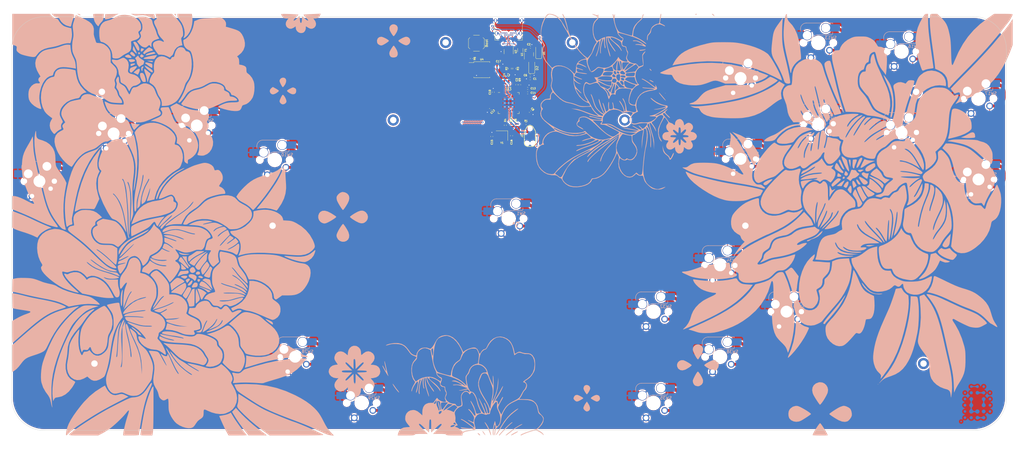
<source format=kicad_pcb>
(kicad_pcb (version 20211014) (generator pcbnew)
  (layers (0 "F.Cu" signal) (31 "B.Cu" signal) (34 "B.Paste" user) (35 "F.Paste" user) (36 "B.SilkS" user "B.Silkscreen") (37 "F.SilkS" user "F.Silkscreen") (38 "B.Mask" user) (39 "F.Mask" user) (44 "Edge.Cuts" user))
  (net 0 "")
  (net 1 "GND")
  (net 2 "START")
  (net 3 "RIGHT")
  (net 4 "DOWN")
  (net 5 "LEFT")
  (net 6 "L")
  (net 7 "M1")
  (net 8 "M2")
  (net 9 "C_UP")
  (net 10 "C_LT")
  (net 11 "A")
  (net 12 "C_DN")
  (net 13 "C_RT")
  (net 14 "UP")
  (net 15 "MS")
  (net 16 "Z")
  (net 17 "LS")
  (net 18 "X")
  (net 19 "Y")
  (net 20 "B")
  (net 21 "R")
  (net 22 "DATA")
  (net 23 "D-")
  (net 24 "D+")
  (net 25 "+5V")
  (net 26 "VCC")
  (net 27 "+3V3")
  (net 28 "+1V1")
  (net 29 "XTAL_IN")
  (net 30 "/XTAL_O")
  (net 37 "DBUS-")
  (net 38 "DBUS+")
  (net 39 "~{RESET}")
  (net 40 "SWD")
  (net 41 "SWCLK")
  (net 42 "/D_+")
  (net 43 "/D_-")
  (net 44 "XTAL_OUT")
  (net 45 "/~{USB_BOOT}")
  (net 46 "CS")
  (net 56 "SD3")
  (net 57 "QSPI_CLK")
  (net 58 "SD0")
  (net 59 "SD2")
  (net 60 "SD1")
  (net 64 "3vCable")
  (net 65 "Net-(D2-Pad2)")
  (footprint "marbastlib-mx:SW_MX_1u" (layer "F.Cu") (at 277.634 73.954 180)
    (fp_text reference "SW20" hide)
    (fp_text value "MX_SW_solder" hide)
  )
  (footprint "MountingHole:MountingHole_2.2mm_M2_ISO14580_Pad" (layer "F.Cu") (at 279.275 96.76)
    (fp_text reference "H5" hide)
    (fp_text value "MountingHole")
  )
  (footprint "MountingHole:MountingHole_2.2mm_M2_ISO14580_Pad" (layer "F.Cu") (at 337.465 51.08)
    (fp_text reference "H4" hide)
    (fp_text value "MountingHole")
  )
  (footprint "marbastlib-mx:SW_MX_1u" (layer "F.Cu") (at 148.488499 157.240001 180)
    (fp_text reference "SW30" hide)
    (fp_text value "MX_SW_solder" hide)
  )
  (footprint "Button_Switch_SMD:SW_SPST_SKQG_WithStem" (layer "F.Cu") (at 187.61 34.5 -90)
    (fp_text reference "SW41" hide)
    (fp_text value "Boot")
  )
  (footprint "MountingHole:MountingHole_2.2mm_M2_ISO14580_Pad" (layer "F.Cu") (at 118.115 96.76)
    (fp_text reference "H7" hide)
    (fp_text value "MountingHole")
  )
  (footprint "Capacitor_SMD:C_0402_1005Metric" (layer "F.Cu") (at 193.34475 51.196018 90)
    (fp_text reference "C10")
    (fp_text value "100nF")
  )
  (footprint "marbastlib-mx:SW_MX_1u" (layer "F.Cu") (at 92.278 62.547 180)
    (fp_text reference "SW8" hide)
    (fp_text value "MX_SW_solder" hide)
  )
  (footprint "Package_TO_SOT_SMD:SOT-23" (layer "F.Cu") (at 205.51 38.28 90)
    (fp_text reference "U1")
    (fp_text value "XC6206")
  )
  (footprint "Capacitor_SMD:C_0402_1005Metric" (layer "F.Cu") (at 206 35.83 180)
    (fp_text reference "C2")
    (fp_text value "1uF")
  )
  (footprint "Capacitor_SMD:C_0402_1005Metric" (layer "F.Cu") (at 205.886 57.815893 -45)
    (fp_text reference "C8")
    (fp_text value "100nF")
  )
  (footprint "MountingHole:MountingHole_2.2mm_M2_ISO14580_Pad" (layer "F.Cu") (at 57.395 143.8)
    (fp_text reference "H8" hide)
    (fp_text value "MountingHole")
  )
  (footprint "Crystal:Crystal_SMD_3225-4Pin_3.2x2.5mm" (layer "F.Cu") (at 196.294 66.03925 180)
    (fp_text reference "Y1")
    (fp_text value "12MHz")
  )
  (footprint "Capacitor_SMD:C_0402_1005Metric" (layer "F.Cu") (at 192.32875 57.038018 -135)
    (fp_text reference "C12")
    (fp_text value "100nF")
  )
  (footprint "Capacitor_SMD:C_0402_1005Metric" (layer "F.Cu") (at 199.56775 66.055018 90)
    (fp_text reference "C16")
    (fp_text value "22pF")
  )
  (footprint "Fuse:Fuse_1206_3216Metric" (layer "F.Cu") (at 202.55 36.84 -90)
    (fp_text reference "F1")
    (fp_text value "Fuse_Small")
  )
  (footprint "qw-footprints:CUSTOM D_SOD-123" (layer "F.Cu") (at 208.83 37.48 90)
    (fp_text reference "D1")
    (fp_text value "Schottky Diode")
  )
  (footprint "marbastlib-mx:SW_MX_1u" (layer "F.Cu") (at 332.507 64.934 180)
    (fp_text reference "SW24" hide)
    (fp_text value "MX_SW_solder" hide)
  )
  (footprint "marbastlib-mx:SW_MX_1u" (layer "F.Cu") (at 198.5785 94.326866 180)
    (fp_text reference "SW2" hide)
    (fp_text value "MX_SW_solder" hide)
  )
  (footprint "marbastlib-mx:SW_MX_1u" (layer "F.Cu") (at 293.2925 126.082866 180)
    (fp_text reference "SW40" hide)
    (fp_text value "MX_SW_solder" hide)
  )
  (footprint "marbastlib-mx:SW_MX_1u" (layer "F.Cu") (at 63.922 65.273 180)
    (fp_text reference "SW6" hide)
    (fp_text value "MX_SW_solder" hide)
  )
  (footprint "Capacitor_SMD:C_0402_1005Metric" (layer "F.Cu") (at 205.92 45.425 180)
    (fp_text reference "C6")
    (fp_text value "10uF")
  )
  (footprint "marbastlib-mx:SW_MX_1u" (layer "F.Cu") (at 247.9485 157.267866 180)
    (fp_text reference "SW36" hide)
    (fp_text value "MX_SW_solder" hide)
  )
  (footprint "Capacitor_SMD:C_0402_1005Metric" (layer "F.Cu") (at 205.92 46.625)
    (fp_text reference "C1")
    (fp_text value "1uF")
  )
  (footprint "marbastlib-mx:SW_MX_1u" (layer "F.Cu") (at 270.6355 141.497866 180)
    (fp_text reference "SW37" hide)
    (fp_text value "MX_SW_solder" hide)
  )
  (footprint "Capacitor_SMD:C_0402_1005Metric" (layer "F.Cu") (at 201.34575 48.656018 90)
    (fp_text reference "C3")
    (fp_text value "1uF")
  )
  (footprint "Resistor_SMD:R_0402_1005Metric" (layer "F.Cu") (at 197.437 62.48325 90)
    (fp_text reference "R4")
    (fp_text value "1k")
  )
  (footprint "Capacitor_SMD:C_0402_1005Metric" (layer "F.Cu") (at 200.993 62.48325 -90)
    (fp_text reference "C5")
    (fp_text value "100nF")
  )
  (footprint "Capacitor_SMD:C_0402_1005Metric" (layer "F.Cu") (at 205.057 49.91025)
    (fp_text reference "C13")
    (fp_text value "100nF")
  )
  (footprint "marbastlib-mx:SW_MX_1u" (layer "F.Cu") (at 38.642 81.576 180)
    (fp_text reference "SW4" hide)
    (fp_text value "MX_SW_solder" hide)
  )
  (footprint "marbastlib-mx:SW_MX_1u" (layer "F.Cu") (at 304.152 34.349 180)
    (fp_text reference "SW14" hide)
    (fp_text value "MX_SW_solder" hide)
  )
  (footprint "Capacitor_SMD:C_0402_1005Metric" (layer "F.Cu") (at 202.36175 48.656018 90)
    (fp_text reference "C9")
    (fp_text value "100nF")
  )
  (footprint "Capacitor_SMD:C_0402_1005Metric" (layer "F.Cu") (at 195.1 41.64)
    (fp_text reference "C17")
    (fp_text value "100nF")
  )
  (footprint "marbastlib-mx:SW_MX_1u" (layer "F.Cu") (at 247.9485 126.082866 180)
    (fp_text reference "SW31" hide)
    (fp_text value "MX_SW_solder" hide)
  )
  (footprint "Capacitor_SMD:C_0402_1005Metric" (layer "F.Cu") (at 192.865 66.309018 -90)
    (fp_text reference "C15")
    (fp_text value "22pF")
  )
  (footprint "marbastlib-mx:SW_MX_1u" (layer "F.Cu") (at 332.507 37.324 180)
    (fp_text reference "SW15" hide)
    (fp_text value "MX_SW_solder" hide)
  )
  (footprint "marbastlib-mx:SW_MX_1u" (layer "F.Cu") (at 304.152 61.959 180)
    (fp_text reference "SW21" hide)
    (fp_text value "MX_SW_solder" hide)
  )
  (footprint "marbastlib-mx:SW_MX_1u" (layer "F.Cu") (at 118.85 74.31 180)
    (fp_text reference "SW9" hide)
    (fp_text value "MX_SW_solder" hide)
  )
  (footprint "Resistor_SMD:R_0603_1608Metric" (layer "F.Cu") (at 200.54 43.14 -90)
    (fp_text reference "R3")
    (fp_text value "27R")
  )
  (footprint "Resistor_SMD:R_0402_1005Metric" (layer "F.Cu") (at 185.85 39.72 -90)
    (fp_text reference "R5")
    (fp_text value "1k")
  )
  (footprint "MountingHole:MountingHole_2.2mm_M2_ISO14580_Pad" (layer "F.Cu") (at 159.24 60.71)
    (fp_text reference "H2" hide)
    (fp_text value "MountingHole")
  )
  (footprint "MountingHole:MountingHole_2.2mm_M2_ISO14580_Pad" (layer "F.Cu") (at 238.15 60.71)
    (fp_text reference "H1" hide)
    (fp_text value "MountingHole")
  )
  (footprint "marbastlib-mx:SW_MX_1u" (layer "F.Cu") (at 125.800499 141.471001 180)
    (fp_text reference "SW27" hide)
    (fp_text value "MX_SW_solder" hide)
  )
  (footprint "marbastlib-mx:SW_MX_1u" (layer "F.Cu") (at 358.73 53.36 180)
    (fp_text reference "SW18" hide)
    (fp_text value "MX_SW_solder" hide)
  )
  (footprint "MountingHole:MountingHole_2.2mm_M2_ISO14580_Pad" (layer "F.Cu") (at 59.925 51.08)
    (fp_text reference "H3" hide)
    (fp_text value "MountingHole")
  )
  (footprint "Resistor_SMD:R_0603_1608Metric" (layer "F.Cu") (at 199.01 43.14 -90)
    (fp_text reference "R2")
    (fp_text value "27R")
  )
  (footprint "Capacitor_SMD:C_0402_1005Metric" (layer "F.Cu") (at 198.58 46.86225 90)
    (fp_text reference "C7")
    (fp_text value "1uF")
  )
  (footprint "marbastlib-various:CON_TC2030_outlined" (layer "F.Cu") (at 205.85 66.12 -90)
    (fp_text reference "J2")
    (fp_text value "JTAG_TC2030")
  )
  (footprint "qw-footprints:CUSTOM D_SOD-123" (layer "F.Cu") (at 206.45 42.58 90)
    (fp_text reference "D2")
    (fp_text value "Schottky Diode")
  )
  (footprint "MountingHole:MountingHole_2.2mm_M2_ISO14580_Pad" (layer "F.Cu") (at 339.995 143.8)
    (fp_text reference "H6" hide)
    (fp_text value "MountingHole")
  )
  (footprint "Capacitor_SMD:C_0402_1005Metric" (layer "F.Cu") (at 199.469 62.48325 -90)
    (fp_text reference "C11")
    (fp_text value "100nF")
  )
  (footprint "marbastlib-mx:SW_MX_1u" (layer "F.Cu") (at 358.73 80.97 180)
    (fp_text reference "SW25" hide)
    (fp_text value "MX_SW_solder" hide)
  )
  (footprint "qw-footprints:RP2040-QFN-56" (layer "F.Cu") (at 198.58 54.895)
    (fp_text reference "U3")
    (fp_text value "RP2040")
  )
  (footprint "Capacitor_SMD:C_0402_1005Metric" (layer "F.Cu") (at 197.056 46.86225 90)
    (fp_text reference "C4")
    (fp_text value "100nF")
  )
  (footprint "MountingHole:MountingHole_2.2mm_M2_ISO14580_Pad" (layer "F.Cu") (at 220.29 34.24)
    (fp_text reference "H10" hide)
    (fp_text value "MountingHole")
  )
  (footprint "MountingHole:MountingHole_2.2mm_M2_ISO14580_Pad" (layer "F.Cu") (at 177.1 34.24)
    (fp_text reference "H9" hide)
    (fp_text value "MountingHole")
  )
  (footprint "marbastlib-mx:SW_MX_1u" (layer "F.Cu") (at 270.6355 110.312866 180)
    (fp_text reference "SW33" hide)
    (fp_text value "MX_SW_solder" hide)
  )
  (footprint "Resistor_SMD:R_0402_1005Metric" (layer "F.Cu") (at 204.5 61.93 180)
    (fp_text reference "R1")
    (fp_text value "10k")
  )
  (footprint "Package_TO_SOT_SMD:SOT-23-6" (layer "F.Cu") (at 198.58 37.35 -90)
    (fp_text reference "U2")
    (fp_text value "USBLC6-2SC6")
  )
  (footprint "marbastlib-mx:SW_MX_1u" (layer "F.Cu") (at 277.634 46.345 180)
    (fp_text reference "SW12" hide)
    (fp_text value "MX_SW_solder" hide)
  )
  (footprint "Capacitor_SMD:C_0402_1005Metric" (layer "F.Cu") (at 205.057 51.43425)
    (fp_text reference "C14")
    (fp_text value "100nF")
  )
  (footprint "qw-footprints:TYPE-C_24P_QCHT" (layer "F.Cu") (at 198.5785 28 180)
    (fp_text reference "J1" hide)
    (fp_text value "USB C Connector")
  )
  (footprint "Package_SO:SOIC-8_5.23x5.23mm_P1.27mm" (layer "F.Cu") (at 189.45 43.55)
    (fp_text reference "U4")
    (fp_text value "W25Q128JVS")
  )
  (footprint "LOGO" (layer "B.Cu") (at 199.88 96.39375 180)
    (fp_text reference "G***")
    (fp_text value "LOGO" hide)
  )
  (footprint "qw-logo:qw new logo mask md" (layer "B.Cu") (at 357.83625 157.5125 180)
    (fp_text reference "H11" hide)
    (fp_text value "Logo" hide)
  )
  (footprint "marbastlib-mx:SW_MX_HS_1u" (layer "B.Cu") (at 304.152 34.349 180)
    (fp_text reference "SW13")
    (fp_text value "MX_SW_HS" hide)
  )
  (footprint "marbastlib-mx:SW_MX_HS_1u" (layer "B.Cu") (at 247.9485 157.267866 180)
    (fp_text reference "SW35")
    (fp_text value "MX_SW_HS" hide)
  )
  (footprint "marbastlib-mx:SW_MX_HS_1u" (layer "B.Cu") (at 277.634 73.954 180)
    (fp_text reference "SW19")
    (fp_text value "MX_SW_HS" hide)
  )
  (footprint "marbastlib-mx:SW_MX_HS_1u" (layer "B.Cu") (at 358.73 80.97 180)
    (fp_text reference "SW26")
    (fp_text value "MX_SW_HS" hide)
  )
  (footprint "marbastlib-mx:SW_MX_HS_1u" (layer "B.Cu") (at 125.800499 141.471001 180)
    (fp_text reference "SW28")
    (fp_text value "MX_SW_HS" hide)
  )
  (footprint "marbastlib-mx:SW_MX_HS_1u" (layer "B.Cu") (at 247.9485 126.082866 180)
    (fp_text reference "SW32")
    (fp_text value "MX_SW_HS" hide)
  )
  (footprint "marbastlib-mx:SW_MX_HS_1u" (layer "B.Cu") (at 304.152 61.959 180)
    (fp_text reference "SW22")
    (fp_text value "MX_SW_HS" hide)
  )
  (footprint "marbastlib-mx:SW_MX_HS_1u" (layer "B.Cu") (at 270.6355 110.312866 180)
    (fp_text reference "SW34")
    (fp_text value "MX_SW_HS" hide)
  )
  (footprint "marbastlib-mx:SW_MX_HS_1u" (layer "B.Cu") (at 332.507 37.324 180)
    (fp_text reference "SW16")
    (fp_text value "MX_SW_HS" hide)
  )
  (footprint "marbastlib-mx:SW_MX_HS_1u" (layer "B.Cu") (at 270.6355 141.497866 180)
    (fp_text reference "SW38")
    (fp_text value "MX_SW_HS" hide)
  )
  (footprint "marbastlib-mx:SW_MX_HS_1u" (layer "B.Cu") (at 38.642 81.576 180)
    (fp_text reference "SW3")
    (fp_text value "MX_SW_HS" hide)
  )
  (footprint "marbastlib-mx:SW_MX_HS_1u" (layer "B.Cu") (at 63.922 65.273 180)
    (fp_text reference "SW5")
    (fp_text value "MX_SW_HS" hide)
  )
  (footprint "marbastlib-mx:SW_MX_HS_1u" (layer "B.Cu") (at 148.488499 157.240001 180)
    (fp_text reference "SW29")
    (fp_text value "MX_SW_HS" hide)
  )
  (footprint "marbastlib-mx:SW_MX_HS_1u" (layer "B.Cu") (at 92.278 62.547 180)
    (fp_text reference "SW7")
    (fp_text value "MX_SW_HS" hide)
  )
  (footprint "marbastlib-mx:SW_MX_HS_1u" (layer "B.Cu") (at 277.634 46.345 180)
    (fp_text reference "SW11")
    (fp_text value "MX_SW_HS" hide)
  )
  (footprint "marbastlib-mx:SW_MX_HS_1u" (layer "B.Cu") (at 358.73 53.36 180)
    (fp_text reference "SW17")
    (fp_text value "MX_SW_HS" hide)
  )
  (footprint "marbastlib-mx:SW_MX_HS_1u" (layer "B.Cu") (at 293.2925 126.082866 180)
    (fp_text reference "SW39")
    (fp_text value "MX_SW_HS" hide)
  )
  (footprint "marbastlib-mx:SW_MX_HS_1u" (layer "B.Cu") (at 332.507 64.934 180)
    (fp_text reference "SW23")
    (fp_text value "MX_SW_HS" hide)
  )
  (footprint "marbastlib-mx:SW_MX_HS_1u" (layer "B.Cu") (at 118.85 74.31 180)
    (fp_text reference "SW10")
    (fp_text value "MX_SW_HS" hide)
  )
  (footprint "marbastlib-mx:SW_MX_HS_1u" (layer "B.Cu") (at 198.5785 94.326866 180)
    (fp_text reference "SW1")
    (fp_text value "MX_SW_HS" hide)
  )
  (gr_line (start 40.38 166.62) (end 357.01 166.62) (layer "Edge.Cuts") (width 0.1))
  (gr_line (start 357.01 25.4) (end 40.38 25.4) (layer "Edge.Cuts") (width 0.1))
  (gr_line (start 29.13 36.65) (end 29.13 155.37) (layer "Edge.Cuts") (width 0.1))
  (gr_line (start 368.26 36.65) (end 368.26 155.37) (layer "Edge.Cuts") (width 0.1))
  (gr_arc (start 357.01 25.4) (mid 364.964951 28.695049) (end 368.26 36.65) (layer "Edge.Cuts") (width 0.1))
  (gr_arc (start 40.38 166.62) (mid 32.425049 163.324951) (end 29.13 155.37) (layer "Edge.Cuts") (width 0.1))
  (gr_arc locked (start 29.13 36.65) (mid 32.425049 28.695049) (end 40.38 25.4) (layer "Edge.Cuts") (width 0.1))
  (gr_arc locked (start 368.26 155.37) (mid 364.964951 163.324951) (end 357.01 166.62) (layer "Edge.Cuts") (width 0.1))
  (segment (start 206.48 35.83) (end 206.48 34.95) (width 0.5) (layer "F.Cu") (net 1))
  (segment (start 205.44 45.425) (end 205.44 46.625) (width 0.5) (layer "F.Cu") (net 1))
  (segment (start 197.963369 37.32) (end 196.03 37.32) (width 0.2) (layer "F.Cu") (net 1))
  (segment (start 197.58 58.3325) (end 197.58 59.053529) (width 0.2) (layer "F.Cu") (net 1))
  (segment (start 201.3285 31.76) (end 201.3785 31.71) (width 0.2) (layer "F.Cu") (net 1))
  (segment (start 197.056 46.38225) (end 198.58 46.38225) (width 0.5) (layer "F.Cu") (net 1))
  (segment (start 192.865 64.912018) (end 192.865 65.829018) (width 0.381) (layer "F.Cu") (net 1))
  (segment (start 199.56775 66.535018) (end 199.56775 67.579018) (width 0.381) (layer "F.Cu") (net 1))
  (segment (start 195.8285 32.92) (end 195.8285 31.76) (width 0.2) (layer "F.Cu") (net 1))
  (segment (start 191.989339 57.377429) (end 191.31275 58.054018) (width 0.381) (layer "F.Cu") (net 1))
  (segment (start 199.56775 66.535018) (end 197.748232 66.535018) (width 0.381) (layer "F.Cu") (net 1))
  (segment (start 205.537 49.91025) (end 205.537 51.43425) (width 0.381) (layer "F.Cu") (net 1))
  (segment (start 198.58 36.2125) (end 198.58 36.703369) (width 0.2) (layer "F.Cu") (net 1))
  (segment (start 205.53675 48.783018) (end 205.53675 49.91) (width 0.381) (layer "F.Cu") (net 1))
  (segment (start 185.8875 45.45) (end 187.6125 45.45) (width 0.5) (layer "F.Cu") (net 1))
  (segment (start 193.34475 50.716018) (end 193.34475 49.926018) (width 0.381) (layer "F.Cu") (net 1))
  (segment (start 201.3285 32.92) (end 201.3285 31.76) (width 0.2) (layer "F.Cu") (net 1))
  (segment (start 206.902 58.831893) (end 206.225411 58.155304) (width 0.2) (layer "F.Cu") (net 1))
  (segment (start 196.03 37.32) (end 196 37.35) (width 0.2) (layer "F.Cu") (net 1))
  (segment (start 202.36175 48.176018) (end 202.36175 47.259018) (width 0.2) (layer "F.Cu") (net 1))
  (segment (start 195.58 41.64) (end 196.59 41.64) (width 0.5) (layer "F.Cu") (net 1))
  (segment (start 205.44 46.625) (end 204.66 46.625) (width 0.5) (layer "F.Cu") (net 1))
  (segment (start 197.271903 59.797341) (end 193.365425 63.703819) (width 0.2) (layer "F.Cu") (net 1))
  (segment (start 195.8285 31.76) (end 195.7785 31.71) (width 0.2) (layer "F.Cu") (net 1))
  (segment (start 204.66 46.625) (end 204.65 46.635) (width 0.5) (layer "F.Cu") (net 1))
  (segment (start 197.147022 66.88925) (end 195.447022 65.18925) (width 0.254) (layer "F.Cu") (net 1))
  (segment (start 205.215 67.39) (end 204.012739 67.39) (width 0.25) (layer "F.Cu") (net 1))
  (via (at 191.31275 58.054018) (size 0.6) (drill 0.3) (layers "F.Cu" "B.Cu") (net 1))
  (via (at 197.78975 45.735018) (size 0.6) (drill 0.3) (layers "F.Cu" "B.Cu") (net 1))
  (via (at 187.6275 45.465) (size 0.6) (drill 0.3) (layers "F.Cu" "B.Cu") (net 1))
  (via (at 196 37.35) (size 0.6) (drill 0.3) (layers "F.Cu" "B.Cu") (net 1))
  (via (at 200.20275 63.896018) (size 0.6) (drill 0.3) (layers "F.Cu" "B.Cu") (net 1))
  (via (at 206.48 34.95) (size 0.6) (drill 0.3) (layers "F.Cu" "B.Cu") (net 1))
  (via (at 192.865 64.912018) (size 0.6) (drill 0.3) (layers "F.Cu" "B.Cu") (net 1))
  (via (at 199.56775 67.579018) (size 0.6) (drill 0.3) (layers "F.Cu" "B.Cu") (net 1))
  (via (at 204.012739 67.39) (size 0.6) (drill 0.3) (layers "F.Cu" "B.Cu") (net 1))
  (via (at 196.6 41.63) (size 0.6) (drill 0.3) (layers "F.Cu" "B.Cu") (net 1))
  (via (at 202.36175 47.259018) (size 0.6) (drill 0.3) (layers "F.Cu" "B.Cu") (net 1))
  (via (at 205.53675 48.783018) (size 0.6) (drill 0.3) (layers "F.Cu" "B.Cu") (net 1))
  (via (at 207.26 45.475) (size 0.6) (drill 0.3) (layers "F.Cu" "B.Cu") (net 1))
  (via (at 204.65 46.635) (size 0.6) (drill 0.3) (layers "F.Cu" "B.Cu") (net 1))
  (via (at 193.34475 49.926018) (size 0.6) (drill 0.3) (layers "F.Cu" "B.Cu") (net 1))
  (via (at 200.806 45.242893) (size 0.6) (drill 0.3) (layers "F.Cu" "B.Cu") (net 1))
  (via (at 206.902 58.831893) (size 0.6) (drill 0.3) (layers "F.Cu" "B.Cu") (net 1))
  (via (at 198.901 45.242893) (size 0.6) (drill 0.3) (layers "F.Cu" "B.Cu") (net 1))
  (arc (start 197.58 59.053529) (mid 197.499928 59.456077) (end 197.271903 59.797341) (width 0.2) (layer "F.Cu") (net 1))
  (arc (start 192.865 64.912018) (mid 192.995056 64.258116) (end 193.365425 63.703819) (width 0.2) (layer "F.Cu") (net 1))
  (arc (start 197.963369 37.32) (mid 198.399393 37.139393) (end 198.58 36.703369) (width 0.2) (layer "F.Cu") (net 1))
  (segment (start 198.58 53.62) (end 198.58 56.17) (width 0.635) (layer "B.Cu") (net 1))
  (segment (start 199.855 56.17) (end 199.855 53.62) (width 0.635) (layer "B.Cu") (net 1))
  (segment (start 197.605 55.87) (end 199.555 55.87) (width 0.635) (layer "B.Cu") (net 1))
  (segment (start 199.555 55.87) (end 199.855 56.17) (width 0.635) (layer "B.Cu") (net 1))
  (segment (start 197.305 56.17) (end 197.305 53.62) (width 0.635) (layer "B.Cu") (net 1))
  (segment (start 199.855 53.62) (end 197.305 53.62) (width 0.635) (layer "B.Cu") (net 1))
  (segment (start 197.305 56.17) (end 197.605 55.87) (width 0.635) (layer "B.Cu") (net 1))
  (segment (start 199.855 54.895) (end 197.305 54.895) (width 0.635) (layer "B.Cu") (net 1))
  (segment (start 168.460304 82.436556) (end 189.10843 61.78843) (width 0.2) (layer "F.Cu") (net 2))
  (segment (start 197.3885 111.9) (end 180.48488 111.9) (width 0.2) (layer "F.Cu") (net 2))
  (segment (start 173.413812 108.971068) (end 168.460304 104.01756) (width 0.2) (layer "F.Cu") (net 2))
  (segment (start 195.1425 52.695) (end 193.221955 52.695) (width 0.2) (layer "F.Cu") (net 2))
  (segment (start 183.462157 61.212157) (end 183.436681 61.237633) (width 0.2) (layer "F.Cu") (net 2))
  (segment (start 191.100634 53.57368) (end 183.462157 61.212157) (width 0.2) (layer "F.Cu") (net 2))
  (segment (start 189.665679 61.54343) (end 189.729504 61.479605) (width 0.2) (layer "F.Cu") (net 2))
  (segment (start 165.531372 96.946492) (end 165.531372 89.507624) (width 0.2) (layer "F.Cu") (net 2))
  (segment (start 207.3065 92.246866) (end 207.3065 93.866866) (width 1) (layer "F.Cu") (net 2))
  (segment (start 204.3065 96.866866) (end 202.3885 96.866866) (width 1) (layer "F.Cu") (net 2))
  (segment (start 189.10843 61.78843) (end 189.132704 61.764156) (width 0.2) (layer "F.Cu") (net 2))
  (segment (start 202.3885 96.866866) (end 202.3885 106.9) (width 0.2) (layer "F.Cu") (net 2))
  (segment (start 201.1185 89.246866) (end 204.3065 89.246866) (width 1) (layer "F.Cu") (net 2))
  (segment (start 182.955021 61.437157) (end 182.911089 61.481089) (width 0.2) (layer "F.Cu") (net 2))
  (via (at 189.729504 61.479605) (size 0.6) (drill 0.3) (layers "F.Cu" "B.Cu") (net 2))
  (via (at 182.911089 61.481089) (size 0.6) (drill 0.3) (layers "F.Cu" "B.Cu") (net 2))
  (arc (start 165.531372 89.507624) (mid 166.292577 85.68079) (end 168.460304 82.436556) (width 0.2) (layer "F.Cu") (net 2))
  (arc (start 168.460304 104.01756) (mid 166.292577 100.773326) (end 165.531372 96.946492) (width 0.2) (layer "F.Cu") (net 2))
  (arc (start 183.436681 61.237633) (mid 183.215678 61.385302) (end 182.955021 61.437157) (width 0.2) (layer "F.Cu") (net 2))
  (arc (start 202.3885 106.9) (mid 200.924034 110.435534) (end 197.3885 111.9) (width 0.2) (layer "F.Cu") (net 2))
  (arc (start 204.3065 96.866866) (mid 206.42782 95.988186) (end 207.3065 93.866866) (width 1) (layer "F.Cu") (net 2))
  (arc (start 180.48488 111.9) (mid 176.658046 111.138796) (end 173.413812 108.971068) (width 0.2) (layer "F.Cu") (net 2))
  (arc (start 207.3065 92.246866) (mid 206.42782 90.125546) (end 204.3065 89.246866) (width 1) (layer "F.Cu") (net 2))
  (arc (start 193.221955 52.695) (mid 192.073904 52.923361) (end 191.100634 53.57368) (width 0.2) (layer "F.Cu") (net 2))
  (arc (start 189.132704 61.764156) (mid 189.377191 61.600795) (end 189.665679 61.54343) (width 0.2) (layer "F.Cu") (net 2))
  (segment (start 189.729504 61.479605) (end 182.912573 61.479605) (width 0.2) (layer "B.Cu") (net 2))
  (segment (start 182.912573 61.479605) (end 182.911089 61.481089) (width 0.2) (layer "B.Cu") (net 2))
  (segment (start 122.66 76.85) (end 122.66 77.916) (width 0.2) (layer "F.Cu") (net 3))
  (segment (start 192.987641 53.495) (end 195.1425 53.495) (width 0.2) (layer "F.Cu") (net 3))
  (segment (start 127.66 82.916) (end 158.181864 82.916) (width 0.2) (layer "F.Cu") (net 3))
  (segment (start 127.578 72.23) (end 127.578 73.85) (width 1) (layer "F.Cu") (net 3))
  (segment (start 165.252932 79.987068) (end 190.866321 54.373679) (width 0.2) (layer "F.Cu") (net 3))
  (segment (start 124.578 76.85) (end 122.66 76.85) (width 1) (layer "F.Cu") (net 3))
  (segment (start 121.39 69.23) (end 124.578 69.23) (width 1) (layer "F.Cu") (net 3))
  (arc (start 124.578 76.85) (mid 126.69932 75.97132) (end 127.578 73.85) (width 1) (layer "F.Cu") (net 3))
  (arc (start 190.866321 54.373679) (mid 191.839591 53.723361) (end 192.987641 53.495) (width 0.2) (layer "F.Cu") (net 3))
  (arc (start 127.578 72.23) (mid 126.69932 70.10868) (end 124.578 69.23) (width 1) (layer "F.Cu") (net 3))
  (arc (start 165.252932 79.987068) (mid 162.008698 82.154796) (end 158.181864 82.916) (width 0.2) (layer "F.Cu") (net 3))
  (arc (start 122.66 77.916) (mid 124.124466 81.451534) (end 127.66 82.916) (width 0.2) (layer "F.Cu") (net 3))
  (segment (start 94.818 57.467) (end 98.006 57.467) (width 1) (layer "F.Cu") (net 4))
  (segment (start 195.1425 53.895) (end 193.153327 53.895) (width 0.2) (layer "F.Cu") (net 4))
  (segment (start 158.347549 83.316) (end 101.088 83.316) (width 0.2) (layer "F.Cu") (net 4))
  (segment (start 101.006 60.467) (end 101.006 62.087) (width 1) (layer "F.Cu") (net 4))
  (segment (start 191.032007 54.773679) (end 165.418617 80.387068) (width 0.2) (layer "F.Cu") (net 4))
  (segment (start 98.006 65.087) (end 96.088 65.087) (width 1) (layer "F.Cu") (net 4))
  (segment (start 96.088 78.316) (end 96.088 65.087) (width 0.2) (layer "F.Cu") (net 4))
  (arc (start 101.088 83.316) (mid 97.552466 81.851534) (end 96.088 78.316) (width 0.2) (layer "F.Cu") (net 4))
  (arc (start 158.347549 83.316) (mid 162.174383 82.554795) (end 165.418617 80.387068) (width 0.2) (layer "F.Cu") (net 4))
  (arc (start 98.006 65.087) (mid 100.12732 64.20832) (end 101.006 62.087) (width 1) (layer "F.Cu") (net 4))
  (arc (start 101.006 60.467) (mid 100.12732 58.34568) (end 98.006 57.467) (width 1) (layer "F.Cu") (net 4))
  (arc (start 193.153327 53.895) (mid 192.005277 54.123361) (end 191.032007 54.773679) (width 0.2) (layer "F.Cu") (net 4))
  (segment (start 191.197693 55.173679) (end 165.584303 80.787068) (width 0.2) (layer "F.Cu") (net 5))
  (segment (start 66.462 60.193) (end 69.65 60.193) (width 1) (layer "F.Cu") (net 5))
  (segment (start 195.1425 54.295) (end 193.319013 54.295) (width 0.2) (layer "F.Cu") (net 5))
  (segment (start 72.65 63.193) (end 72.65 64.813) (width 1) (layer "F.Cu") (net 5))
  (segment (start 67.732 78.716) (end 67.732 67.813) (width 0.2) (layer "F.Cu") (net 5))
  (segment (start 158.513235 83.716) (end 72.732 83.716) (width 0.2) (layer "F.Cu") (net 5))
  (segment (start 69.65 67.813) (end 67.732 67.813) (width 1) (layer "F.Cu") (net 5))
  (arc (start 72.732 83.716) (mid 69.196466 82.251534) (end 67.732 78.716) (width 0.2) (layer "F.Cu") (net 5))
  (arc (start 193.319013 54.295) (mid 192.170963 54.523361) (end 191.197693 55.173679) (width 0.2) (layer "F.Cu") (net 5))
  (arc (start 158.513235 83.716) (mid 162.340069 82.954795) (end 165.584303 80.787068) (width 0.2) (layer "F.Cu") (net 5))
  (arc (start 72.65 63.193) (mid 71.77132 61.07168) (end 69.65 60.193) (width 1) (layer "F.Cu") (net 5))
  (arc (start 69.65 67.813) (mid 71.77132 66.93432) (end 72.65 64.813) (width 1) (layer "F.Cu") (net 5))
  (segment (start 195.1425 54.695) (end 193.484699 54.695) (width 0.2) (layer "F.Cu") (net 6))
  (segment (start 44.37 84.116) (end 42.452 84.116) (width 1) (layer "F.Cu") (net 6))
  (segment (start 41.182 76.496) (end 44.37 76.496) (width 1) (layer "F.Cu") (net 6))
  (segment (start 47.37 79.496) (end 47.37 81.116) (width 1) (layer "F.Cu") (net 6))
  (segment (start 158.678922 84.116) (end 42.452 84.116) (width 0.2) (layer "F.Cu") (net 6))
  (segment (start 191.363378 55.57368) (end 165.74999 81.187068) (width 0.2) (layer "F.Cu") (net 6))
  (arc (start 47.37 79.496) (mid 46.49132 77.37468) (end 44.37 76.496) (width 1) (layer "F.Cu") (net 6))
  (arc (start 165.74999 81.187068) (mid 162.505756 83.354795) (end 158.678922 84.116) (width 0.2) (layer "F.Cu") (net 6))
  (arc (start 44.37 84.116) (mid 46.49132 83.23732) (end 47.37 81.116) (width 1) (layer "F.Cu") (net 6))
  (arc (start 193.484699 54.695) (mid 192.336648 54.923362) (end 191.363378 55.57368) (width 0.2) (layer "F.Cu") (net 6))
  (segment (start 163.131372 88.513508) (end 163.131372 97.457992) (width 0.2) (layer "F.Cu") (net 7))
  (segment (start 131.528499 144.011001) (end 129.610499 144.011001) (width 1) (layer "F.Cu") (net 7))
  (segment (start 166.060304 81.44244) (end 191.529065 55.973679) (width 0.2) (layer "F.Cu") (net 7))
  (segment (start 128.340499 136.391001) (end 131.528499 136.391001) (width 1) (layer "F.Cu") (net 7))
  (segment (start 160.20244 104.52906) (end 128.340499 136.391001) (width 0.2) (layer "F.Cu") (net 7))
  (segment (start 195.1425 55.095) (end 193.650385 55.095) (width 0.2) (layer "F.Cu") (net 7))
  (segment (start 134.528499 139.391001) (end 134.528499 141.011001) (width 1) (layer "F.Cu") (net 7))
  (arc (start 193.650385 55.095) (mid 192.502335 55.323361) (end 191.529065 55.973679) (width 0.2) (layer "F.Cu") (net 7))
  (arc (start 131.528499 144.011001) (mid 133.649819 143.132321) (end 134.528499 141.011001) (width 1) (layer "F.Cu") (net 7))
  (arc (start 163.131372 88.513508) (mid 163.892577 84.686674) (end 166.060304 81.44244) (width 0.2) (layer "F.Cu") (net 7))
  (arc (start 160.20244 104.52906) (mid 162.370168 101.284826) (end 163.131372 97.457992) (width 0.2) (layer "F.Cu") (net 7))
  (arc (start 134.528499 139.391001) (mid 133.649819 137.269681) (end 131.528499 136.391001) (width 1) (layer "F.Cu") (net 7))
  (segment (start 157.216499 155.160001) (end 157.216499 156.780001) (width 1) (layer "F.Cu") (net 8))
  (segment (start 151.028499 152.160001) (end 154.216499 152.160001) (width 1) (layer "F.Cu") (net 8))
  (segment (start 154.216499 159.780001) (end 152.298499 159.780001) (width 1) (layer "F.Cu") (net 8))
  (segment (start 151.028499 152.160001) (end 151.028499 118.410823) (width 0.2) (layer "F.Cu") (net 8))
  (segment (start 193.816071 55.495) (end 195.1425 55.495) (width 0.2) (layer "F.Cu") (net 8))
  (segment (start 153.957431 111.339755) (end 160.60244 104.694746) (width 0.2) (layer "F.Cu") (net 8))
  (segment (start 166.460304 81.608126) (end 191.694751 56.373679) (width 0.2) (layer "F.Cu") (net 8))
  (segment (start 163.531372 97.623678) (end 163.531372 88.679194) (width 0.2) (layer "F.Cu") (net 8))
  (arc (start 151.028499 118.410823) (mid 151.789703 114.583989) (end 153.957431 111.339755) (width 0.2) (layer "F.Cu") (net 8))
  (arc (start 193.816071 55.495) (mid 192.668021 55.723361) (end 191.694751 56.373679) (width 0.2) (layer "F.Cu") (net 8))
  (arc (start 163.531372 88.679194) (mid 164.292577 84.85236) (end 166.460304 81.608126) (width 0.2) (layer "F.Cu") (net 8))
  (arc (start 157.216499 155.160001) (mid 156.337819 153.038681) (end 154.216499 152.160001) (width 1) (layer "F.Cu") (net 8))
  (arc (start 160.60244 104.694746) (mid 162.770167 101.450512) (end 163.531372 97.623678) (width 0.2) (layer "F.Cu") (net 8))
  (arc (start 154.216499 159.780001) (mid 156.337819 158.901321) (end 157.216499 156.780001) (width 1) (layer "F.Cu") (net 8))
  (segment (start 201.382546 59.324018) (end 202.862178 59.324018) (width 0.2) (layer "F.Cu") (net 9))
  (segment (start 240.284128 90.45) (end 268.1755 90.45) (width 0.2) (layer "F.Cu") (net 9))
  (segment (start 273.1755 105.232866) (end 276.3635 105.232866) (width 1) (layer "F.Cu") (net 9))
  (segment (start 200.78 58.3325) (end 200.78 58.721472) (width 0.2) (layer "F.Cu") (net 9))
  (segment (start 273.1755 95.45) (end 273.1755 105.232866) (width 0.2) (layer "F.Cu") (net 9))
  (segment (start 207.797447 62.105456) (end 233.21306 87.521068) (width 0.2) (layer "F.Cu") (net 9))
  (segment (start 204.2976 59.918589) (end 205.556101 61.17709) (width 0.2) (layer "F.Cu") (net 9))
  (segment (start 276.3635 112.852866) (end 274.4455 112.852866) (width 1) (layer "F.Cu") (net 9))
  (segment (start 200.955736 59.145736) (end 200.958282 59.148282) (width 0.2) (layer "F.Cu") (net 9))
  (segment (start 279.3635 108.232866) (end 279.3635 109.852866) (width 1) (layer "F.Cu") (net 9))
  (arc (start 202.862178 59.324018) (mid 203.639023 59.478542) (end 204.2976 59.918589) (width 0.2) (layer "F.Cu") (net 9))
  (arc (start 276.3635 112.852866) (mid 278.48482 111.974186) (end 279.3635 109.852866) (width 1) (layer "F.Cu") (net 9))
  (arc (start 279.3635 108.232866) (mid 278.48482 106.111546) (end 276.3635 105.232866) (width 1) (layer "F.Cu") (net 9))
  (arc (start 273.1755 95.45) (mid 271.711034 91.914466) (end 268.1755 90.45) (width 0.2) (layer "F.Cu") (net 9))
  (arc (start 201.382546 59.324018) (mid 201.152936 59.278346) (end 200.958282 59.148282) (width 0.2) (layer "F.Cu") (net 9))
  (arc (start 207.797447 62.105456) (mid 207.473024 61.888683) (end 207.09034 61.812563) (width 0.2) (layer "F.Cu") (net 9))
  (arc (start 205.556101 61.17709) (mid 206.259984 61.647409) (end 207.09034 61.812563) (width 0.2) (layer "F.Cu") (net 9))
  (arc (start 233.21306 87.521068) (mid 236.457294 89.688796) (end 240.284128 90.45) (width 0.2) (layer "F.Cu") (net 9))
  (arc (start 200.955736 59.145736) (mid 200.825672 58.951082) (end 200.78 58.721472) (width 0.2) (layer "F.Cu") (net 9))
  (segment (start 166.860304 104.680304) (end 172.751068 110.571068) (width 0.2) (layer "F.Cu") (net 10))
  (segment (start 194.552062 58.924018) (end 191.366952 58.924018) (width 0.2) (layer "F.Cu") (net 10))
  (segment (start 179.822136 113.5) (end 245.4885 113.5) (width 0.2) (layer "F.Cu") (net 10))
  (segment (start 256.6765 124.002866) (end 256.6765 125.622866) (width 1) (layer "F.Cu") (net 10))
  (segment (start 250.4885 121.002866) (end 253.6765 121.002866) (width 1) (layer "F.Cu") (net 10))
  (segment (start 188.538525 60.095591) (end 166.860304 81.773812) (width 0.2) (layer "F.Cu") (net 10))
  (segment (start 253.6765 128.622866) (end 251.7585 128.622866) (width 1) (layer "F.Cu") (net 10))
  (segment (start 250.4885 118.5) (end 250.4885 121.002866) (width 0.2) (layer "F.Cu") (net 10))
  (segment (start 163.931372 88.84488) (end 163.931372 97.609236) (width 0.2) (layer "F.Cu") (net 10))
  (arc (start 253.6765 128.622866) (mid 255.79782 127.744186) (end 256.6765 125.622866) (width 1) (layer "F.Cu") (net 10))
  (arc (start 250.4885 118.5) (mid 249.024034 114.964466) (end 245.4885 113.5) (width 0.2) (layer "F.Cu") (net 10))
  (arc (start 163.931372 97.609236) (mid 164.692577 101.43607) (end 166.860304 104.680304) (width 0.2) (layer "F.Cu") (net 10))
  (arc (start 188.538525 60.095591) (mid 189.836218 59.2285) (end 191.366952 58.924018) (width 0.2) (layer "F.Cu") (net 10))
  (arc (start 195.98 58.3325) (mid 195.324814 58.770308) (end 194.552062 58.924018) (width 0.2) (layer "F.Cu") (net 10))
  (arc (start 256.6765 124.002866) (mid 255.79782 121.881546) (end 253.6765 121.002866) (width 1) (layer "F.Cu") (net 10))
  (arc (start 166.860304 81.773812) (mid 164.692576 85.018046) (end 163.931372 88.84488) (width 0.2) (layer "F.Cu") (net 10))
  (arc (start 172.751068 110.571068) (mid 175.995302 112.738795) (end 179.822136 113.5) (width 0.2) (layer "F.Cu") (net 10))
  (segment (start 175.272554 111.921643) (end 175.859613 112.211148) (width 0.2) (layer "F.Cu") (net 11))
  (segment (start 164.96978 100.967004) (end 165.220269 101.571737) (width 0.2) (layer "F.Cu") (net 11))
  (segment (start 179.987822 113.1) (end 254.466492 113.1) (width 0.2) (layer "F.Cu") (net 11))
  (segment (start 164.462269 99.072946) (end 164.589967 99.714927) (width 0.2) (layer "F.Cu") (net 11))
  (segment (start 172.916754 110.171068) (end 173.150011 110.400656) (width 0.2) (layer "F.Cu") (net 11))
  (segment (start 167.260304 104.514618) (end 172.916754 110.171068) (width 0.2) (layer "F.Cu") (net 11))
  (segment (start 165.509773 102.158793) (end 165.837052 102.725658) (width 0.2) (layer "F.Cu") (net 11))
  (segment (start 175.859613 112.211148) (end 176.46435 112.461636) (width 0.2) (layer "F.Cu") (net 11))
  (segment (start 166.599175 82.664917) (end 166.200704 83.184213) (width 0.2) (layer "F.Cu") (net 11))
  (segment (start 165.50977 84.295323) (end 165.220265 84.882379) (width 0.2) (layer "F.Cu") (net 11))
  (segment (start 167.030756 82.172793) (end 166.599175 82.664917) (width 0.2) (layer "F.Cu") (net 11))
  (segment (start 164.376832 98.423987) (end 164.462269 99.072946) (width 0.2) (layer "F.Cu") (net 11))
  (segment (start 164.589967 99.714927) (end 164.759379 100.347182) (width 0.2) (layer "F.Cu") (net 11))
  (segment (start 191.532638 59.324018) (end 195.804643 59.324018) (width 0.2) (layer "F.Cu") (net 11))
  (segment (start 164.759372 86.106933) (end 164.589958 86.739188) (width 0.2) (layer "F.Cu") (net 11))
  (segment (start 279.3635 139.417866) (end 279.3635 141.037866) (width 1) (layer "F.Cu") (net 11))
  (segment (start 167.030755 104.281324) (end 167.260304 104.514618) (width 0.2) (layer "F.Cu") (net 11))
  (segment (start 179.00738 113.054583) (end 179.660541 113.097392) (width 0.2) (layer "F.Cu") (net 11))
  (segment (start 173.150011 110.400656) (end 173.642137 110.832238) (width 0.2) (layer "F.Cu") (net 11))
  (segment (start 276.3635 144.037866) (end 274.4455 144.037866) (width 1) (layer "F.Cu") (net 11))
  (segment (start 173.642137 110.832238) (end 174.161437 111.230709) (width 0.2) (layer "F.Cu") (net 11))
  (segment (start 166.599175 103.7892) (end 167.030755 104.281324) (width 0.2) (layer "F.Cu") (net 11))
  (segment (start 164.759379 100.347182) (end 164.96978 100.967004) (width 0.2) (layer "F.Cu") (net 11))
  (segment (start 196.198732 59.137042) (end 196.247216 59.088559) (width 0.2) (layer "F.Cu") (net 11))
  (segment (start 178.358418 112.969147) (end 179.00738 113.054583) (width 0.2) (layer "F.Cu") (net 11))
  (segment (start 273.1755 131.809008) (end 273.1755 136.417866) (width 0.2) (layer "F.Cu") (net 11))
  (segment (start 166.200704 83.184213) (end 165.83705 83.728459) (width 0.2) (layer "F.Cu") (net 11))
  (segment (start 176.46435 112.461636) (end 177.084175 112.672037) (width 0.2) (layer "F.Cu") (net 11))
  (segment (start 164.589958 86.739188) (end 164.462258 87.38117) (width 0.2) (layer "F.Cu") (net 11))
  (segment (start 167.260304 81.939498) (end 167.030756 82.172793) (width 0.2) (layer "F.Cu") (net 11))
  (segment (start 261.53756 116.028932) (end 270.246568 124.73794) (width 0.2) (layer "F.Cu") (net 11))
  (segment (start 165.837052 102.725658) (end 166.200705 103.269904) (width 0.2) (layer "F.Cu") (net 11))
  (segment (start 177.084175 112.672037) (end 177.716433 112.841449) (width 0.2) (layer "F.Cu") (net 11))
  (segment (start 166.200705 103.269904) (end 166.599175 103.7892) (width 0.2) (layer "F.Cu") (net 11))
  (segment (start 164.462258 87.38117) (end 164.376819 88.030129) (width 0.2) (layer "F.Cu") (net 11))
  (segment (start 165.220265 84.882379) (end 164.969775 85.487112) (width 0.2) (layer "F.Cu") (net 11))
  (segment (start 164.331372 89.010566) (end 164.331372 97.44355) (width 0.2) (layer "F.Cu") (net 11))
  (segment (start 165.83705 83.728459) (end 165.50977 84.295323) (width 0.2) (layer "F.Cu") (net 11))
  (segment (start 164.334007 88.683286) (end 164.331372 89.010566) (width 0.2) (layer "F.Cu") (net 11))
  (segment (start 177.716433 112.841449) (end 178.358418 112.969147) (width 0.2) (layer "F.Cu") (net 11))
  (segment (start 174.161437 111.230709) (end 174.705686 111.594363) (width 0.2) (layer "F.Cu") (net 11))
  (segment (start 164.376819 88.030129) (end 164.334007 88.683286) (width 0.2) (layer "F.Cu") (net 11))
  (segment (start 196.38 58.3325) (end 196.38 58.767995) (width 0.2) (layer "F.Cu") (net 11))
  (segment (start 164.334022 97.770829) (end 164.376832 98.423987) (width 0.2) (layer "F.Cu") (net 11))
  (segment (start 174.705686 111.594363) (end 175.272554 111.921643) (width 0.2) (layer "F.Cu") (net 11))
  (segment (start 165.220269 101.571737) (end 165.509773 102.158793) (width 0.2) (layer "F.Cu") (net 11))
  (segment (start 188.704211 60.495591) (end 167.260304 81.939498) (width 0.2) (layer "F.Cu") (net 11))
  (segment (start 273.1755 136.417866) (end 276.3635 136.417866) (width 1) (layer "F.Cu") (net 11))
  (segment (start 179.660541 113.097392) (end 179.987822 113.1) (width 0.2) (layer "F.Cu") (net 11))
  (segment (start 164.331372 97.44355) (end 164.334022 97.770829) (width 0.2) (layer "F.Cu") (net 11))
  (segment (start 164.969775 85.487112) (end 164.759372 86.106933) (width 0.2) (layer "F.Cu") (net 11))
  (arc (start 279.3635 139.417866) (mid 278.48482 137.296546) (end 276.3635 136.417866) (width 1) (layer "F.Cu") (net 11))
  (arc (start 188.704211 60.495591) (mid 190.001904 59.6285) (end 191.532638 59.324018) (width 0.2) (layer "F.Cu") (net 11))
  (arc (start 254.466492 113.1) (mid 258.293326 113.861205) (end 261.53756 116.028932) (width 0.2) (layer "F.Cu") (net 11))
  (arc (start 196.38 58.767995) (mid 196.345491 58.941483) (end 196.247216 59.088559) (width 0.2) (layer "F.Cu") (net 11))
  (arc (start 273.1755 131.809008) (mid 272.414295 127.982174) (end 270.246568 124.73794) (width 0.2) (layer "F.Cu") (net 11))
  (arc (start 276.3635 144.037866) (mid 278.48482 143.159186) (end 279.3635 141.037866) (width 1) (layer "F.Cu") (net 11))
  (arc (start 196.158196 59.177572) (mid 195.995984 59.285958) (end 195.804643 59.324018) (width 0.2) (layer "F.Cu") (net 11))
  (segment (start 166.237063 102.559968) (end 165.909787 101.993103) (width 0.2) (layer "F.Cu") (net 12))
  (segment (start 179.173065 112.654597) (end 178.524103 112.56916) (width 0.2) (layer "F.Cu") (net 12))
  (segment (start 250.4885 152.187866) (end 253.6765 152.187866) (width 1) (layer "F.Cu") (net 12))
  (segment (start 164.731372 89.176252) (end 164.734024 88.848973) (width 0.2) (layer "F.Cu") (net 12))
  (segment (start 180.153508 112.7) (end 179.826227 112.697407) (width 0.2) (layer "F.Cu") (net 12))
  (segment (start 166.999181 103.623511) (end 166.600714 103.104214) (width 0.2) (layer "F.Cu") (net 12))
  (segment (start 173.807819 110.432244) (end 173.315693 110.000661) (width 0.2) (layer "F.Cu") (net 12))
  (segment (start 165.159391 86.272626) (end 165.369794 85.652806) (width 0.2) (layer "F.Cu") (net 12))
  (segment (start 167.430758 104.115636) (end 166.999181 103.623511) (width 0.2) (layer "F.Cu") (net 12))
  (segment (start 164.989977 86.90488) (end 165.159391 86.272626) (width 0.2) (layer "F.Cu") (net 12))
  (segment (start 167.660304 104.348932) (end 167.430758 104.115636) (width 0.2) (layer "F.Cu") (net 12))
  (segment (start 176.025296 111.811157) (end 175.438236 111.521652) (width 0.2) (layer "F.Cu") (net 12))
  (segment (start 167.430775 82.338497) (end 167.660304 82.105184) (width 0.2) (layer "F.Cu") (net 12))
  (segment (start 164.776863 98.258299) (end 164.734055 97.605143) (width 0.2) (layer "F.Cu") (net 12))
  (segment (start 173.315693 110.000661) (end 173.08244 109.771068) (width 0.2) (layer "F.Cu") (net 12))
  (segment (start 164.862297 98.907257) (end 164.776863 98.258299) (width 0.2) (layer "F.Cu") (net 12))
  (segment (start 173.08244 109.771068) (end 167.660304 104.348932) (width 0.2) (layer "F.Cu") (net 12))
  (segment (start 254.632178 112.7) (end 180.153508 112.7) (width 0.2) (layer "F.Cu") (net 12))
  (segment (start 167.660304 82.105184) (end 188.870378 60.89511) (width 0.2) (layer "F.Cu") (net 12))
  (segment (start 279.071068 132.996754) (end 261.703246 115.628932) (width 0.2) (layer "F.Cu") (net 12))
  (segment (start 164.776837 88.195817) (end 164.862276 87.54686) (width 0.2) (layer "F.Cu") (net 12))
  (segment (start 164.731372 97.277864) (end 164.731372 89.176252) (width 0.2) (layer "F.Cu") (net 12))
  (segment (start 164.989992 99.549238) (end 164.862297 98.907257) (width 0.2) (layer "F.Cu") (net 12))
  (segment (start 165.620286 101.406047) (end 165.3698 100.801314) (width 0.2) (layer "F.Cu") (net 12))
  (segment (start 282 142.187866) (end 282 140.067822) (width 0.2) (layer "F.Cu") (net 12))
  (segment (start 253.6765 159.807866) (end 251.7585 159.807866) (width 1) (layer "F.Cu") (net 12))
  (segment (start 177.882117 112.441462) (end 177.249858 112.272049) (width 0.2) (layer "F.Cu") (net 12))
  (segment (start 165.909787 101.993103) (end 165.620286 101.406047) (width 0.2) (layer "F.Cu") (net 12))
  (segment (start 166.600714 103.104214) (end 166.237063 102.559968) (width 0.2) (layer "F.Cu") (net 12))
  (segment (start 179.826227 112.697407) (end 179.173065 112.654597) (width 0.2) (layer "F.Cu") (net 12))
  (segment (start 165.369794 85.652806) (end 165.620284 85.048075) (width 0.2) (layer "F.Cu") (net 12))
  (segment (start 191.698805 59.723537) (end 195.845866 59.723537) (width 0.2) (layer "F.Cu") (net 12))
  (segment (start 166.23707 83.894158) (end 166.600724 83.349914) (width 0.2) (layer "F.Cu") (net 12))
  (segment (start 178.524103 112.56916) (end 177.882117 112.441462) (width 0.2) (layer "F.Cu") (net 12))
  (segment (start 250.4885 152.187866) (end 272 152.187866) (width 0.2) (layer "F.Cu") (net 12))
  (segment (start 176.630033 112.061647) (end 176.025296 111.811157) (width 0.2) (layer "F.Cu") (net 12))
  (segment (start 165.620284 85.048075) (end 165.909789 84.46102) (width 0.2) (layer "F.Cu") (net 12))
  (segment (start 166.999194 82.830619) (end 167.430775 82.338497) (width 0.2) (layer "F.Cu") (net 12))
  (segment (start 196.78 58.815084) (end 196.78 58.3325) (width 0.2) (layer "F.Cu") (net 12))
  (segment (start 256.6765 155.187866) (end 256.6765 156.807866) (width 1) (layer "F.Cu") (net 12))
  (segment (start 177.249858 112.272049) (end 176.630033 112.061647) (width 0.2) (layer "F.Cu") (net 12))
  (segment (start 164.862276 87.54686) (end 164.989977 86.90488) (width 0.2) (layer "F.Cu") (net 12))
  (segment (start 196.442112 59.458662) (end 196.563825 59.336957) (width 0.2) (layer "F.Cu") (net 12))
  (segment (start 175.438236 111.521652) (end 174.871368 111.194371) (width 0.2) (layer "F.Cu") (net 12))
  (segment (start 165.909789 84.46102) (end 166.23707 83.894158) (width 0.2) (layer "F.Cu") (net 12))
  (segment (start 174.327119 110.830716) (end 173.807819 110.432244) (width 0.2) (layer "F.Cu") (net 12))
  (segment (start 196.411552 59.489222) (end 196.442112 59.458662) (width 0.2) (layer "F.Cu") (net 12))
  (segment (start 166.600724 83.349914) (end 166.999194 82.830619) (width 0.2) (layer "F.Cu") (net 12))
  (segment (start 165.159402 100.181493) (end 164.989992 99.549238) (width 0.2) (layer "F.Cu") (net 12))
  (segment (start 165.3698 100.801314) (end 165.159402 100.181493) (width 0.2) (layer "F.Cu") (net 12))
  (segment (start 174.871368 111.194371) (end 174.327119 110.830716) (width 0.2) (layer "F.Cu") (net 12))
  (segment (start 164.734055 97.605143) (end 164.731372 97.277864) (width 0.2) (layer "F.Cu") (net 12))
  (segment (start 164.734024 88.848973) (end 164.776837 88.195817) (width 0.2) (layer "F.Cu") (net 12))
  (arc (start 196.411552 59.489222) (mid 196.152013 59.662641) (end 195.845866 59.723537) (width 0.2) (layer "F.Cu") (net 12))
  (arc (start 253.6765 159.807866) (mid 255.79782 158.929186) (end 256.6765 156.807866) (width 1) (layer "F.Cu") (net 12))
  (arc (start 191.698805 59.723537) (mid 190.168071 60.028019) (end 188.870378 60.89511) (width 0.2) (layer "F.Cu") (net 12))
  (arc (start 261.703246 115.628932) (mid 258.459012 113.461204) (end 254.632178 112.7) (width 0.2) (layer "F.Cu") (net 12))
  (arc (start 272 152.187866) (mid 279.071068 149.258934) (end 282 142.187866) (width 0.2) (layer "F.Cu") (net 12))
  (arc (start 196.563825 59.336957) (mid 196.723818 59.097521) (end 196.78 58.815084) (width 0.2) (layer "F.Cu") (net 12))
  (arc (start 282 140.067822) (mid 281.238795 136.240988) (end 279.071068 132.996754) (width 0.2) (layer "F.Cu") (net 12))
  (arc (start 256.6765 155.187866) (mid 255.79782 153.066546) (end 253.6765 152.187866) (width 1) (layer "F.Cu") (net 12))
  (segment (start 295.8325 121.002866) (end 271.785002 121.002866) (width 0.2) (layer "F.Cu") (net 13))
  (segment (start 173.248126 109.371068) (end 168.060304 104.183246) (width 0.2) (layer "F.Cu") (net 13))
  (segment (start 264.713934 118.073934) (end 261.868932 115.228932) (width 0.2) (layer "F.Cu") (net 13))
  (segment (start 168.060304 82.27087) (end 189.036544 61.29463) (width 0.2) (layer "F.Cu") (net 13))
  (segment (start 196.635616 59.830164) (end 196.907726 59.558054) (width 0.2) (layer "F.Cu") (net 13))
  (segment (start 165.131372 97.112178) (end 165.131372 89.341938) (width 0.2) (layer "F.Cu") (net 13))
  (segment (start 302.0205 124.002866) (end 302.0205 125.622866) (width 1) (layer "F.Cu") (net 13))
  (segment (start 254.797864 112.3) (end 180.319194 112.3) (width 0.2) (layer "F.Cu") (net 13))
  (segment (start 197.18 58.900726) (end 197.18 58.3325) (width 0.2) (layer "F.Cu") (net 13))
  (segment (start 299.0205 128.622866) (end 297.1025 128.622866) (width 1) (layer "F.Cu") (net 13))
  (segment (start 191.864971 60.123057) (end 195.928509 60.123057) (width 0.2) (layer "F.Cu") (net 13))
  (segment (start 295.8325 121.002866) (end 299.0205 121.002866) (width 1) (layer "F.Cu") (net 13))
  (arc (start 197.18 58.900726) (mid 197.109238 59.256469) (end 196.907726 59.558054) (width 0.2) (layer "F.Cu") (net 13))
  (arc (start 165.131372 89.341938) (mid 165.892576 85.515104) (end 168.060304 82.27087) (width 0.2) (layer "F.Cu") (net 13))
  (arc (start 168.060304 104.183246) (mid 165.892576 100.939012) (end 165.131372 97.112178) (width 0.2) (layer "F.Cu") (net 13))
  (arc (start 254.797864 112.3) (mid 258.624698 113.061205) (end 261.868932 115.228932) (width 0.2) (layer "F.Cu") (net 13))
  (arc (start 299.0205 128.622866) (mid 301.14182 127.744186) (end 302.0205 125.622866) (width 1) (layer "F.Cu") (net 13))
  (arc (start 302.0205 124.002866) (mid 301.14182 121.881546) (end 299.0205 121.002866) (width 1) (layer "F.Cu") (net 13))
  (arc (start 191.864971 60.123057) (mid 190.334237 60.427539) (end 189.036544 61.29463) (width 0.2) (layer "F.Cu") (net 13))
  (arc (start 271.785002 121.002866) (mid 267.958168 120.241661) (end 264.713934 118.073934) (width 0.2) (layer "F.Cu") (net 13))
  (arc (start 195.928509 60.123057) (mid 196.311192 60.046937) (end 196.635616 59.830164) (width 0.2) (layer "F.Cu") (net 13))
  (arc (start 180.319194 112.3) (mid 176.49236 111.538796) (end 173.248126 109.371068) (width 0.2) (layer "F.Cu") (net 13))
  (segment (start 202.599945 58.924018) (end 202.727705 58.924018) (width 0.2) (layer "F.Cu") (net 14))
  (segment (start 367.458 78.89) (end 367.458 80.51) (width 1) (layer "F.Cu") (net 14))
  (segment (start 364.458 83.51) (end 362.54 83.51) (width 1) (layer "F.Cu") (net 14))
  (segment (start 207.963107 61.70543) (end 233.378749 87.121068) (width 0.2) (layer "F.Cu") (net 14))
  (segment (start 240.449816 90.05) (end 357.54 90.05) (width 0.2) (layer "F.Cu") (net 14))
  (segment (start 362.54 85.05) (end 362.54 83.51) (width 0.2) (layer "F.Cu") (net 14))
  (segment (start 201.18 58.3325) (end 201.185732 58.338232) (width 0.2) (layer "F.Cu") (net 14))
  (segment (start 204.675525 59.73083) (end 205.721763 60.777067) (width 0.2) (layer "F.Cu") (net 14))
  (segment (start 361.27 75.89) (end 364.458 75.89) (width 1) (layer "F.Cu") (net 14))
  (arc (start 233.378749 87.121068) (mid 236.622982 89.288795) (end 240.449816 90.05) (width 0.2) (layer "F.Cu") (net 14))
  (arc (start 207.256026 61.412563) (mid 207.638724 61.488682) (end 207.963107 61.70543) (width 0.2) (layer "F.Cu") (net 14))
  (arc (start 364.458 83.51) (mid 366.57932 82.63132) (end 367.458 80.51) (width 1) (layer "F.Cu") (net 14))
  (arc (start 362.54 85.05) (mid 361.075534 88.585534) (end 357.54 90.05) (width 0.2) (layer "F.Cu") (net 14))
  (arc (start 204.675525 59.73083) (mid 203.781857 59.133701) (end 202.727705 58.924018) (width 0.2) (layer "F.Cu") (net 14))
  (arc (start 201.185732 58.338232) (mid 201.834578 58.771777) (end 202.599945 58.924018) (width 0.2) (layer "F.Cu") (net 14))
  (arc (start 205.721763 60.777067) (mid 206.42567 61.247403) (end 207.256026 61.412563) (width 0.2) (layer "F.Cu") (net 14))
  (arc (start 367.458 78.89) (mid 366.57932 76.76868) (end 364.458 75.89) (width 1) (layer "F.Cu") (net 14))
  (segment (start 202.0175 57.495) (end 202.217194 57.495) (width 0.2) (layer "F.Cu") (net 15))
  (segment (start 361.27 48.28) (end 364.458 48.28) (width 1) (layer "F.Cu") (net 15))
  (segment (start 364.458 55.9) (end 362.54 55.9) (width 1) (layer "F.Cu") (net 15))
  (segment (start 208.128835 61.305472) (end 233.544435 86.721068) (width 0.2) (layer "F.Cu") (net 15))
  (segment (start 367.458 51.28) (end 367.458 52.9) (width 1) (layer "F.Cu") (net 15))
  (segment (start 203.56271 58.052331) (end 205.88743 60.37705) (width 0.2) (layer "F.Cu") (net 15))
  (segment (start 362.54 57.048932) (end 362.54 55.9) (width 0.2) (layer "F.Cu") (net 15))
  (segment (start 350.9 84.65) (end 350.9 76.254134) (width 0.2) (layer "F.Cu") (net 15))
  (segment (start 240.615502 89.65) (end 345.9 89.65) (width 0.2) (layer "F.Cu") (net 15))
  (segment (start 354.784939 66.875061) (end 361.075534 60.584466) (width 0.2) (layer "F.Cu") (net 15))
  (arc (start 205.88743 60.37705) (mid 206.591357 60.847398) (end 207.421712 61.012563) (width 0.2) (layer "F.Cu") (net 15))
  (arc (start 233.544435 86.721068) (mid 236.788668 88.888795) (end 240.615502 89.65) (width 0.2) (layer "F.Cu") (net 15))
  (arc (start 361.075534 60.584466) (mid 362.159398 58.962349) (end 362.54 57.048932) (width 0.2) (layer "F.Cu") (net 15))
  (arc (start 207.421712 61.012563) (mid 207.804398 61.088689) (end 208.128835 61.305472) (width 0.2) (layer "F.Cu") (net 15))
  (arc (start 364.458 55.9) (mid 366.57932 55.02132) (end 367.458 52.9) (width 1) (layer "F.Cu") (net 15))
  (arc (start 354.784939 66.875061) (mid 351.909663 71.178216) (end 350.9 76.254134) (width 0.2) (layer "F.Cu") (net 15))
  (arc (start 367.458 51.28) (mid 366.57932 49.15868) (end 364.458 48.28) (width 1) (layer "F.Cu") (net 15))
  (arc (start 202.217194 57.495) (mid 202.945382 57.639846) (end 203.56271 58.052331) (width 0.2) (layer "F.Cu") (net 15))
  (arc (start 345.9 89.65) (mid 349.435534 88.185534) (end 350.9 84.65) (width 0.2) (layer "F.Cu") (net 15))
  (segment (start 203.722471 57.646406) (end 206.053123 59.977057) (width 0.2) (layer "F.Cu") (net 16))
  (segment (start 208.294489 60.90544) (end 233.71012 86.321068) (width 0.2) (layer "F.Cu") (net 16))
  (segment (start 240.781187 89.25) (end 326.317 89.25) (width 0.2) (layer "F.Cu") (net 16))
  (segment (start 202.0175 57.095) (end 202.391258 57.095) (width 0.2) (layer "F.Cu") (net 16))
  (segment (start 338.235 67.474) (end 336.317 67.474) (width 1) (layer "F.Cu") (net 16))
  (segment (start 336.317 79.25) (end 336.317 67.474) (width 0.2) (layer "F.Cu") (net 16))
  (segment (start 335.047 59.854) (end 338.235 59.854) (width 1) (layer "F.Cu") (net 16))
  (segment (start 341.235 62.854) (end 341.235 64.474) (width 1) (layer "F.Cu") (net 16))
  (arc (start 336.317 79.25) (mid 333.388068 86.321068) (end 326.317 89.25) (width 0.2) (layer "F.Cu") (net 16))
  (arc (start 233.71012 86.321068) (mid 236.954353 88.488795) (end 240.781187 89.25) (width 0.2) (layer "F.Cu") (net 16))
  (arc (start 206.053123 59.977057) (mid 206.757043 60.4474) (end 207.587398 60.612563) (width 0.2) (layer "F.Cu") (net 16))
  (arc (start 202.391258 57.095) (mid 203.111705 57.238306) (end 203.722471 57.646406) (width 0.2) (layer "F.Cu") (net 16))
  (arc (start 208.294489 60.90544) (mid 207.970083 60.688679) (end 207.587398 60.612563) (width 0.2) (layer "F.Cu") (net 16))
  (arc (start 338.235 67.474) (mid 340.35632 66.59532) (end 341.235 64.474) (width 1) (layer "F.Cu") (net 16))
  (arc (start 341.235 62.854) (mid 340.35632 60.73268) (end 338.235 59.854) (width 1) (layer "F.Cu") (net 16))
  (segment (start 322.7 78.85) (end 322.7 63.852136) (width 0.2) (layer "F.Cu") (net 17))
  (segment (start 325.628932 56.781068) (end 333.388068 49.021932) (width 0.2) (layer "F.Cu") (net 17))
  (segment (start 202.0175 56.695) (end 202.508324 56.695) (width 0.2) (layer "F.Cu") (net 17))
  (segment (start 336.317 41.950864) (end 336.317 39.864) (width 0.2) (layer "F.Cu") (net 17))
  (segment (start 335.047 32.244) (end 338.235 32.244) (width 1) (layer "F.Cu") (net 17))
  (segment (start 240.946872 88.85) (end 312.7 88.85) (width 0.2) (layer "F.Cu") (net 17))
  (segment (start 208.52909 60.574355) (end 233.875805 85.921068) (width 0.2) (layer "F.Cu") (net 17))
  (segment (start 338.235 39.864) (end 336.317 39.864) (width 1) (layer "F.Cu") (net 17))
  (segment (start 341.235 35.244) (end 341.235 36.864) (width 1) (layer "F.Cu") (net 17))
  (segment (start 203.922537 57.280786) (end 206.36015 59.718398) (width 0.2) (layer "F.Cu") (net 17))
  (segment (start 207.553173 60.212563) (end 207.655645 60.212563) (width 0.2) (layer "F.Cu") (net 17))
  (arc (start 312.7 88.85) (mid 319.771068 85.921068) (end 322.7 78.85) (width 0.2) (layer "F.Cu") (net 17))
  (arc (start 338.235 39.864) (mid 340.35632 38.98532) (end 341.235 36.864) (width 1) (layer "F.Cu") (net 17))
  (arc (start 207.655645 60.212563) (mid 208.12835 60.30659) (end 208.52909 60.574355) (width 0.2) (layer "F.Cu") (net 17))
  (arc (start 207.553173 60.212563) (mid 206.907514 60.084134) (end 206.36015 59.718398) (width 0.2) (layer "F.Cu") (net 17))
  (arc (start 333.388068 49.021932) (mid 335.555796 45.777698) (end 336.317 41.950864) (width 0.2) (layer "F.Cu") (net 17))
  (arc (start 322.7 63.852136) (mid 323.461205 60.025302) (end 325.628932 56.781068) (width 0.2) (layer "F.Cu") (net 17))
  (arc (start 341.235 35.244) (mid 340.35632 33.12268) (end 338.235 32.244) (width 1) (layer "F.Cu") (net 17))
  (arc (start 202.508324 56.695) (mid 203.273691 56.847241) (end 203.922537 57.280786) (width 0.2) (layer "F.Cu") (net 17))
  (arc (start 233.875805 85.921068) (mid 237.120038 88.088795) (end 240.946872 88.85) (width 0.2) (layer "F.Cu") (net 17))
  (segment (start 241.112558 88.45) (end 297.962 88.45) (width 0.2) (layer "F.Cu") (net 18))
  (segment (start 306.692 56.879) (end 309.88 56.879) (width 1) (layer "F.Cu") (net 18))
  (segment (start 202.0175 56.295) (end 202.67401 56.295) (width 0.2) (layer "F.Cu") (net 18))
  (segment (start 207.434214 59.812563) (end 207.616459 59.812563) (width 0.2) (layer "F.Cu") (net 18))
  (segment (start 307.962 78.45) (end 307.962 64.499) (width 0.2) (layer "F.Cu") (net 18))
  (segment (start 208.839644 60.319223) (end 234.04149 85.521068) (width 0.2) (layer "F.Cu") (net 18))
  (segment (start 204.088224 56.880787) (end 206.727107 59.51967) (width 0.2) (layer "F.Cu") (net 18))
  (segment (start 312.88 59.879) (end 312.88 61.499) (width 1) (layer "F.Cu") (net 18))
  (segment (start 309.88 64.499) (end 307.962 64.499) (width 1) (layer "F.Cu") (net 18))
  (arc (start 206.727107 59.51967) (mid 207.05153 59.736443) (end 207.434214 59.812563) (width 0.2) (layer "F.Cu") (net 18))
  (arc (start 208.839644 60.319223) (mid 208.278442 59.94424) (end 207.616459 59.812563) (width 0.2) (layer "F.Cu") (net 18))
  (arc (start 297.962 88.45) (mid 305.033068 85.521068) (end 307.962 78.45) (width 0.2) (layer "F.Cu") (net 18))
  (arc (start 312.88 59.879) (mid 312.00132 57.75768) (end 309.88 56.879) (width 1) (layer "F.Cu") (net 18))
  (arc (start 234.04149 85.521068) (mid 237.285724 87.688796) (end 241.112558 88.45) (width 0.2) (layer "F.Cu") (net 18))
  (arc (start 309.88 64.499) (mid 312.00132 63.62032) (end 312.88 61.499) (width 1) (layer "F.Cu") (net 18))
  (arc (start 204.088224 56.880787) (mid 203.439377 56.447241) (end 202.67401 56.295) (width 0.2) (layer "F.Cu") (net 18))
  (segment (start 295.818932 52.551068) (end 305.473717 42.896283) (width 0.2) (layer "F.Cu") (net 19))
  (segment (start 306.692 29.269) (end 309.88 29.269) (width 1) (layer "F.Cu") (net 19))
  (segment (start 205.260074 56.173967) (end 234.207175 85.121068) (width 0.2) (layer "F.Cu") (net 19))
  (segment (start 202.0175 55.495) (end 203.620902 55.495) (width 0.2) (layer "F.Cu") (net 19))
  (segment (start 309.88 36.889) (end 307.962 36.889) (width 1) (layer "F.Cu") (net 19))
  (segment (start 241.278243 88.05) (end 282.89 88.05) (width 0.2) (layer "F.Cu") (net 19))
  (segment (start 312.88 32.269) (end 312.88 33.889) (width 1) (layer "F.Cu") (net 19))
  (segment (start 292.89 78.05) (end 292.89 59.622136) (width 0.2) (layer "F.Cu") (net 19))
  (arc (start 292.89 59.622136) (mid 293.651205 55.795302) (end 295.818932 52.551068) (width 0.2) (layer "F.Cu") (net 19))
  (arc (start 292.89 78.05) (mid 289.961068 85.121068) (end 282.89 88.05) (width 0.2) (layer "F.Cu") (net 19))
  (arc (start 205.260074 56.173967) (mid 204.508015 55.671458) (end 203.620902 55.495) (width 0.2) (layer "F.Cu") (net 19))
  (arc (start 307.962 36.889) (mid 307.315316 40.140136) (end 305.473717 42.896283) (width 0.2) (layer "F.Cu") (net 19))
  (arc (start 234.207175 85.121068) (mid 237.451409 87.288796) (end 241.278243 88.05) (width 0.2) (layer "F.Cu") (net 19))
  (arc (start 309.88 36.889) (mid 312.00132 36.01032) (end 312.88 33.889) (width 1) (layer "F.Cu") (net 19))
  (arc (start 312.88 32.269) (mid 312.00132 30.14768) (end 309.88 29.269) (width 1) (layer "F.Cu") (net 19))
  (segment (start 213.690896 64.039104) (end 234.372861 84.721068) (width 0.2) (layer "F.Cu") (net 20))
  (segment (start 280.174 68.874) (end 283.362 68.874) (width 1) (layer "F.Cu") (net 20))
  (segment (start 204.367753 54.71596) (end 213.690896 64.039104) (width 0.2) (layer "F.Cu") (net 20))
  (segment (start 283.362 76.494) (end 281.444 76.494) (width 1) (layer "F.Cu") (net 20))
  (segment (start 202.0175 53.895) (end 202.38578 53.895) (width 0.2) (layer "F.Cu") (net 20))
  (segment (start 286.362 71.874) (end 286.362 73.494) (width 1) (layer "F.Cu") (net 20))
  (segment (start 213.690896 64.039104) (end 213.170897 63.519103) (width 0.2) (layer "F.Cu") (net 20))
  (segment (start 241.443928 87.65) (end 271.444 87.65) (width 0.2) (layer "F.Cu") (net 20))
  (segment (start 213.170897 63.519103) (end 213.315897 63.664103) (width 0.2) (layer "F.Cu") (net 20))
  (segment (start 281.444 77.65) (end 281.444 76.494) (width 0.2) (layer "F.Cu") (net 20))
  (arc (start 286.362 71.874) (mid 285.48332 69.75268) (end 283.362 68.874) (width 1) (layer "F.Cu") (net 20))
  (arc (start 202.38578 53.895) (mid 203.458416 54.108361) (end 204.367753 54.71596) (width 0.2) (layer "F.Cu") (net 20))
  (arc (start 283.362 76.494) (mid 285.48332 75.61532) (end 286.362 73.494) (width 1) (layer "F.Cu") (net 20))
  (arc (start 234.372861 84.721068) (mid 237.617094 86.888795) (end 241.443928 87.65) (width 0.2) (layer "F.Cu") (net 20))
  (arc (start 271.444 87.65) (mid 278.515068 84.721068) (end 281.444 77.65) (width 0.2) (layer "F.Cu") (net 20))
  (segment (start 234.538547 84.321068) (end 204.591158 54.373679) (width 0.2) (layer "F.Cu") (net 21))
  (segment (start 269.45 71.132136) (end 269.45 77.25) (width 0.2) (layer "F.Cu") (net 21))
  (segment (start 278.515068 57.924932) (end 272.378932 64.061068) (width 0.2) (layer "F.Cu") (net 21))
  (segment (start 281.444 48.885) (end 281.444 50.853864) (width 0.2) (layer "F.Cu") (net 21))
  (segment (start 202.469838 53.495) (end 202.0175 53.495) (width 0.2) (layer "F.Cu") (net 21))
  (segment (start 259.45 87.25) (end 241.609615 87.25) (width 0.2) (layer "F.Cu") (net 21))
  (segment (start 283.362 48.885) (end 281.444 48.885) (width 1) (layer "F.Cu") (net 21))
  (segment (start 280.174 41.265) (end 283.362 41.265) (width 1) (layer "F.Cu") (net 21))
  (segment (start 286.362 44.265) (end 286.362 45.885) (width 1) (layer "F.Cu") (net 21))
  (arc (start 234.538547 84.321068) (mid 237.782781 86.488796) (end 241.609615 87.25) (width 0.2) (layer "F.Cu") (net 21))
  (arc (start 278.515068 57.924932) (mid 280.682796 54.680698) (end 281.444 50.853864) (width 0.2) (layer "F.Cu") (net 21))
  (arc (start 269.45 77.25) (mid 266.521068 84.321068) (end 259.45 87.25) (width 0.2) (layer "F.Cu") (net 21))
  (arc (start 272.378932 64.061068) (mid 270.211204 67.305302) (end 269.45 71.132136) (width 0.2) (layer "F.Cu") (net 21))
  (arc (start 202.469838 53.495) (mid 203.617888 53.723361) (end 204.591158 54.373679) (width 0.2) (layer "F.Cu") (net 21))
  (arc (start 286.362 44.265) (mid 285.48332 42.14368) (end 283.362 41.265) (width 1) (layer "F.Cu") (net 21))
  (arc (start 283.362 48.885) (mid 285.48332 48.00632) (end 286.362 45.885) (width 1) (layer "F.Cu") (net 21))
  (segment (start 195.125786 34.42) (end 194.254214 34.42) (width 0.25) (layer "F.Cu") (net 22))
  (segment (start 202.0175 53.095) (end 207.435 53.095) (width 0.2) (layer "F.Cu") (net 22))
  (segment (start 196.035607 33.924393) (end 195.832893 34.127107) (width 0.25) (layer "F.Cu") (net 22))
  (segment (start 207.44 53.1) (end 207.435 53.095) (width 0.2) (layer "F.Cu") (net 22))
  (segment (start 193.547107 34.127107) (end 193.392893 33.972893) (width 0.25) (layer "F.Cu") (net 22))
  (segment (start 193.1 33.265786) (end 193.1 29.74) (width 0.25) (layer "F.Cu") (net 22))
  (segment (start 196.3285 32.92) (end 196.3285 33.217286) (width 0.25) (layer "F.Cu") (net 22))
  (via (at 207.44 53.1) (size 0.6) (drill 0.3) (layers "F.Cu" "B.Cu") (net 22))
  (via (at 193.1 29.74) (size 0.8) (drill 0.4) (layers "F.Cu" "B.Cu") (net 22))
  (arc (start 196.035607 33.924393) (mid 196.25238 33.59997) (end 196.3285 33.217286) (width 0.25) (layer "F.Cu") (net 22))
  (arc (start 194.254214 34.42) (mid 193.871531 34.34388) (end 193.547107 34.127107) (width 0.25) (layer "F.Cu") (net 22))
  (arc (start 195.832893 34.127107) (mid 195.50847 34.34388) (end 195.125786 34.42) (width 0.25) (layer "F.Cu") (net 22))
  (arc (start 193.392893 33.972893) (mid 193.17612 33.64847) (end 193.1 33.265786) (width 0.25) (layer "F.Cu") (net 22))
  (segment (start 207.51 53.1) (end 210.161321 50.448679) (width 0.25) (layer "B.Cu") (net 22))
  (segment (start 200.589893 30.032893) (end 200.9785 30.4215) (width 0.25) (layer "B.Cu") (net 22))
  (segment (start 204.457359 29.79) (end 202.024214 29.79) (width 0.25) (layer "B.Cu") (net 22))
  (segment (start 201.317107 30.082893) (end 200.9785 30.4215) (width 0.25) (layer "B.Cu") (net 22))
  (segment (start 207.44 53.1) (end 207.51 53.1) (width 0.25) (layer "B.Cu") (net 22))
  (segment (start 193.1 29.74) (end 199.882786 29.74) (width 0.25) (layer "B.Cu") (net 22))
  (segment (start 211.04 48.327359) (end 211.04 36.830612) (width 0.25) (layer "B.Cu") (net 22))
  (segment (start 200.9785 31.01) (end 200.9785 30.4215) (width 0.25) (layer "B.Cu") (net 22))
  (segment (start 209.837486 33.927486) (end 206.578679 30.668679) (width 0.25) (layer "B.Cu") (net 22))
  (arc (start 199.882786 29.74) (mid 200.265469 29.81612) (end 200.589893 30.032893) (width 0.25) (layer "B.Cu") (net 22))
  (arc (start 210.161321 50.448679) (mid 210.811639 49.475409) (end 211.04 48.327359) (width 0.25) (layer "B.Cu") (net 22))
  (arc (start 206.578679 30.668679) (mid 205.605409 30.018361) (end 204.457359 29.79) (width 0.25) (layer "B.Cu") (net 22))
  (arc (start 202.024214 29.79) (mid 201.641531 29.86612) (end 201.317107 30.082893) (width 0.25) (layer "B.Cu") (net 22))
  (arc (start 209.837486 33.927486) (mid 210.727477 35.259452) (end 211.04 36.830612) (width 0.25) (layer "B.Cu") (net 22))
  (segment (start 197.997107 42.837107) (end 197.892893 42.732893) (width 0.2) (layer "F.Cu") (net 23))
  (segment (start 197.6 42.025786) (end 197.6 38.5175) (width 0.2) (layer "F.Cu") (net 23))
  (segment (start 199.185786 43.13) (end 198.704214 43.13) (width 0.2) (layer "F.Cu") (net 23))
  (segment (start 197.6 38.5175) (end 197.63 38.4875) (width 0.2) (layer "F.Cu") (net 23))
  (segment (start 200.415 42.315) (end 199.892893 42.837107) (width 0.2) (layer "F.Cu") (net 23))
  (segment (start 200.54 42.315) (end 200.415 42.315) (width 0.2) (layer "F.Cu") (net 23))
  (arc (start 197.6 42.025786) (mid 197.67612 42.408469) (end 197.892893 42.732893) (width 0.2) (layer "F.Cu") (net 23))
  (arc (start 198.704214 43.13) (mid 198.321531 43.05388) (end 197.997107 42.837107) (width 0.2) (layer "F.Cu") (net 23))
  (arc (start 199.185786 43.13) (mid 199.568469 43.05388) (end 199.892893 42.837107) (width 0.2) (layer "F.Cu") (net 23))
  (segment (start 199.5 38.5175) (end 199.5 39.57) (width 0.2) (layer "F.Cu") (net 24))
  (segment (start 198.713353 40.57) (end 199.3 40.57) (width 0.2) (layer "F.Cu") (net 24))
  (segment (start 199.7 39.77) (end 200.286647 39.77) (width 0.2) (layer "F.Cu") (net 24))
  (segment (start 200.286647 40.17) (end 199.7 40.17) (width 0.2) (layer "F.Cu") (net 24))
  (segment (start 199.5 40.77) (end 199.5 41.132056) (width 0.2) (layer "F.Cu") (net 24))
  (segment (start 199.7 40.17) (end 198.713353 40.17) (width 0.2) (layer "F.Cu") (net 24))
  (arc (start 199.5 39.57) (mid 199.558579 39.711421) (end 199.7 39.77) (width 0.2) (layer "F.Cu") (net 24))
  (arc (start 200.486647 39.97) (mid 200.428068 40.111421) (end 200.286647 40.17) (width 0.2) (layer "F.Cu") (net 24))
  (arc (start 198.513353 40.37) (mid 198.571932 40.511421) (end 198.713353 40.57) (width 0.2) (layer "F.Cu") (net 24))
  (arc (start 198.713353 40.17) (mid 198.571932 40.228579) (end 198.513353 40.37) (width 0.2) (layer "F.Cu") (net 24))
  (arc (start 199.3 40.57) (mid 199.441421 40.628579) (end 199.5 40.77) (width 0.2) (layer "F.Cu") (net 24))
  (arc (start 200.286647 39.77) (mid 200.428068 39.828579) (end 200.486647 39.97) (width 0.2) (layer "F.Cu") (net 24))
  (arc (start 199.5 41.132056) (mid 199.372657 41.772253) (end 199.01 42.315) (width 0.2) (layer "F.Cu") (net 24))
  (segment (start 205.52 35.83) (end 205.044214 35.83) (width 0.5) (layer "F.Cu") (net 25))
  (segment (start 204.337107 36.122893) (end 202.55 37.91) (width 0.5) (layer "F.Cu") (net 25))
  (segment (start 205.52 37.3325) (end 205.51 37.3425) (width 0.5) (layer "F.Cu") (net 25))
  (segment (start 199.065685 37.32) (end 201.806222 37.32) (width 0.2) (layer "F.Cu") (net 25))
  (segment (start 202.55 37.91) (end 202.55 38.24) (width 0.5) (layer "F.Cu") (net 25))
  (segment (start 205.52 35.83) (end 205.52 37.3325) (width 0.5) (layer "F.Cu") (net 25))
  (segment (start 198.58 38.02) (end 198.58 37.926824) (width 0.2) (layer "F.Cu") (net 25))
  (segment (start 202.55 38.063778) (end 202.55 38.24) (width 0.2) (layer "F.Cu") (net 25))
  (arc (start 201.806222 37.32) (mid 202.332152 37.537848) (end 202.55 38.063778) (width 0.2) (layer "F.Cu") (net 25))
  (arc (start 205.044214 35.83) (mid 204.661531 35.90612) (end 204.337107 36.122893) (width 0.5) (layer "F.Cu") (net 25))
  (arc (start 198.58 37.926824) (mid 198.632709 37.661834) (end 198.782843 37.437157) (width 0.2) (layer "F.Cu") (net 25))
  (arc (start 198.782843 37.437157) (mid 198.912612 37.350448) (end 199.065685 37.32) (width 0.2) (layer "F.Cu") (net 25))
  (segment (start 199.8285 32.92) (end 199.8285 33.174141) (width 0.2) (layer "F.Cu") (net 26))
  (segment (start 199.8285 32.92) (end 199.8285 31.76) (width 0.25) (layer "F.Cu") (net 26))
  (segment (start 197.3285 32.92) (end 197.3285 33.475723) (width 0.2) (layer "F.Cu") (net 26))
  (segment (start 197.3285 32.92) (end 197.3285 31.76) (width 0.25) (layer "F.Cu") (net 26))
  (segment (start 197.3285 31.76) (end 197.3785 31.71) (width 0.25) (layer "F.Cu") (net 26))
  (segment (start 200.425552 34.615552) (end 200.52 34.71) (width 0.2) (layer "F.Cu") (net 26))
  (segment (start 199.8285 31.76) (end 199.7785 31.71) (width 0.25) (layer "F.Cu") (net 26))
  (segment (start 196.921364 34.458636) (end 196.67 34.71) (width 0.2) (layer "F.Cu") (net 26))
  (segment (start 200.52 34.71) (end 201.25 35.44) (width 0.2) (layer "F.Cu") (net 26))
  (segment (start 201.25 35.44) (end 202.55 35.44) (width 0.2) (layer "F.Cu") (net 26))
  (via (at 200.52 34.71) (size 0.6) (drill 0.3) (layers "F.Cu" "B.Cu") (net 26))
  (via (at 196.67 34.71) (size 0.6) (drill 0.3) (layers "F.Cu" "B.Cu") (net 26))
  (arc (start 196.921364 34.458636) (mid 197.222689 34.007672) (end 197.3285 33.475723) (width 0.2) (layer "F.Cu") (net 26))
  (arc (start 200.425552 34.615552) (mid 199.983669 33.954227) (end 199.8285 33.174141) (width 0.2) (layer "F.Cu") (net 26))
  (segment (start 196.67 34.71) (end 200.52 34.71) (width 0.2) (layer "B.Cu") (net 26))
  (segment (start 198.78 50.891935) (end 198.78 51.4575) (width 0.2) (layer "F.Cu") (net 27))
  (segment (start 202.0175 52.295) (end 203.007036 52.295) (width 0.2) (layer "F.Cu") (net 27))
  (segment (start 203.714143 52.002107) (end 204.282 51.43425) (width 0.2) (layer "F.Cu") (net 27))
  (segment (start 199.18 51.4575) (end 199.18 50.929935) (width 0.2) (layer "F.Cu") (net 27))
  (segment (start 198.80575 48.275018) (end 198.95815 48.427418) (width 0.2) (layer "F.Cu") (net 27))
  (segment (start 204.76 63.751533) (end 204.76 62.533462) (width 0.5) (layer "F.Cu") (net 27))
  (segment (start 198.95815 48.427418) (end 198.95815 50.5424) (width 0.2) (layer "F.Cu") (net 27))
  (segment (start 195.1425 55.895) (end 193.781757 55.895) (width 0.2) (layer "F.Cu") (net 27))
  (segment (start 199.062842 50.647092) (end 198.961 50.54525) (width 0.2) (layer "F.Cu") (net 27))
  (segment (start 201.18 51.4575) (end 201.18 52.25625) (width 0.2) (layer "F.Cu") (net 27))
  (segment (start 193.963732 52.295) (end 193.34475 51.676018) (width 0.2) (layer "F.Cu") (net 27))
  (segment (start 200.78 51.98325) (end 200.78 51.4575) (width 0.2) (layer "F.Cu") (net 27))
  (segment (start 198.93275 61.102018) (end 198.78 60.949268) (width 0.2) (layer "F.Cu") (net 27))
  (segment (start 193.300268 56.0945) (end 192.70975 56.685018) (width 0.381) (layer "F.Cu") (net 27))
  (segment (start 206.4 46.859107) (end 206.4 46.625) (width 0.5) (layer "F.Cu") (net 27))
  (segment (start 206.45 44.23) (end 206.45 46.575) (width 0.5) (layer "F.Cu") (net 27))
  (segment (start 204.782535 48.476572) (end 206.4 46.859107) (width 0.5) (layer "F.Cu") (net 27))
  (segment (start 195.89725 55.895) (end 195.913 55.87925) (width 0.2) (layer "F.Cu") (net 27))
  (segment (start 204.282 51.43425) (end 204.577 51.43425) (width 0.381) (layer "F.Cu") (net 27))
  (segment (start 204.412739 64.87) (end 205.195 64.87) (width 0.5) (layer "F.Cu") (net 27))
  (segment (start 198.78 52.313268) (end 198.80575 52.339018) (width 0.2) (layer "F.Cu") (net 27))
  (segment (start 195.1425 55.895) (end 195.89725 55.895) (width 0.2) (layer "F.Cu") (net 27))
  (segment (start 198.80575 48.275018) (end 198.80575 47.863) (width 0.2) (layer "F.Cu") (net 27))
  (segment (start 198.80575 47.863) (end 198.58 47.63725) (width 0.2) (layer "F.Cu") (net 27))
  (segment (start 198.95815 50.5424) (end 198.961 50.54525) (width 0.2) (layer "F.Cu") (net 27))
  (segment (start 198.78 60.949268) (end 198.78 58.3325) (width 0.2) (layer "F.Cu") (net 27))
  (segment (start 202.0175 55.895) (end 201.145 55.895) (width 0.2) (layer "F.Cu") (net 27))
  (segment (start 201.472893 50.024875) (end 202.36175 49.136018) (width 0.2) (layer "F.Cu") (net 27))
  (segment (start 198.961 50.54525) (end 198.897157 50.609093) (width 0.2) (layer "F.Cu") (net 27))
  (segment (start 206.45 46.575) (end 206.4 46.625) (width 0.5) (layer "F.Cu") (net 27))
  (segment (start 207.54355 43.13645) (end 206.45 44.23) (width 0.5) (layer "F.Cu") (net 27))
  (segment (start 200.78 51.4575) (end 201.18 51.0575) (width 0.2) (layer "F.Cu") (net 27))
  (segment (start 198.78 58.3325) (end 198.78 57.60325) (width 0.2) (layer "F.Cu") (net 27))
  (segment (start 194.62 41.64) (end 193.075 41.64) (width 0.5) (layer "F.Cu") (net 27))
  (segment (start 198.78 51.4575) (end 198.78 52.313268) (width 0.2) (layer "F.Cu") (net 27))
  (segment (start 204.219125 56.149018) (end 205.546589 57.476482) (width 0.381) (layer "F.Cu") (net 27))
  (segment (start 201.14825 52.295) (end 201.12 52.32325) (width 0.2) (layer "F.Cu") (net 27))
  (segment (start 204.577 49.91025) (end 204.577 51.43425) (width 0.381) (layer "F.Cu") (net 27))
  (segment (start 195.1425 52.295) (end 196.309768 52.295) (width 0.2) (layer "F.Cu") (net 27))
  (segment (start 202.36175 49.136018) (end 203.190491 49.136018) (width 0.5) (layer "F.Cu") (net 27))
  (segment (start 201.18 51.4575) (end 201.18 50.731982) (width 0.2) (layer "F.Cu") (net 27))
  (segment (start 194.62 42.67) (end 194.62 41.64) (width 0.5) (layer "F.Cu") (net 27))
  (segment (start 198.93275 61.102018) (end 199.469 61.638268) (width 0.5) (layer "F.Cu") (net 27))
  (segment (start 202.0175 55.895) (end 203.605888 55.895) (width 0.2) (layer "F.Cu") (net 27))
  (segment (start 199.18 51.4575) (end 199.18 52.05125) (width 0.2) (layer "F.Cu") (net 27))
  (segment (start 199.469 61.638268) (end 199.469 62.00325) (width 0.5) (layer "F.Cu") (net 27))
  (segment (start 195.1425 52.295) (end 193.963732 52.295) (width 0.2) (layer "F.Cu") (net 27))
  (segment (start 201.18 52.25625) (end 201.247 52.32325) (width 0.2) (layer "F.Cu") (net 27))
  (segment (start 202.0175 52.295) (end 201.14825 52.295) (width 0.2) (layer "F.Cu") (net 27))
  (segment (start 196.309768 52.295) (end 196.39275 52.212018) (width 0.2) (layer "F.Cu") (net 27))
  (segment (start 201.12 52.32325) (end 200.78 51.98325) (width 0.2) (layer "F.Cu") (net 27))
  (segment (start 208.83 39.13) (end 208.83 40.030685) (width 0.5) (layer "F.Cu") (net 27))
  (via (at 194.62 42.67) (size 0.6) (drill 0.3) (layers "F.Cu" "B.Cu") (net 27))
  (via (at 198.80575 48.275018) (size 0.6) (drill 0.3) (layers "F.Cu" "B.Cu") (net 27))
  (via (at 204.412739 64.87) (size 0.6) (drill 0.3) (layers "F.Cu" "B.Cu") (net 27))
  (via (at 198.93275 61.102018) (size 0.6) (drill 0.3) (layers "F.Cu" "B.Cu") (net 27))
  (arc (start 204.76 63.751533) (mid 204.878251 64.346019) (end 205.215 64.85) (width 0.5) (layer "F.Cu") (net 27))
  (arc (start 203.007036 52.295) (mid 203.389719 52.21888) (end 203.714143 52.002107) (width 0.2) (layer "F.Cu") (net 27))
  (arc (start 208.83 40.030685) (mid 208.495663 41.711513) (end 207.54355 43.13645) (width 0.5) (layer "F.Cu") (net 27))
  (arc (start 204.782535 48.476572) (mid 204.052099 48.964634) (end 203.190491 49.136018) (width 0.5) (layer "F.Cu") (net 27))
  (arc (start 199.18 50.929935) (mid 199.149552 50.776861) (end 199.062842 50.647092) (width 0.2) (layer "F.Cu") (net 27))
  (arc (start 198.78 50.891935) (mid 198.810448 50.738862) (end 198.897157 50.609093) (width 0.2) (layer "F.Cu") (net 27))
  (arc (start 205.01 61.93) (mid 204.824957 62.206905) (end 204.76 62.533462) (width 0.5) (layer "F.Cu") (net 27))
  (arc (start 204.219125 56.149018) (mid 203.937762 55.961013) (end 203.605888 55.895) (width 0.2) (layer "F.Cu") (net 27))
  (arc (start 193.300268 56.0945) (mid 193.521234 55.94682) (end 193.781757 55.895) (width 0.2) (layer "F.Cu") (net 27))
  (arc (start 201.472893 50.024875) (mid 201.25612 50.349298) (end 201.18 50.731982) (width 0.2) (layer "F.Cu") (net 27))
  (segment (start 202.700732 64.87) (end 204.412739 64.87) (width 0.5) (layer "B.Cu") (net 27))
  (segment (start 198.93275 61.102018) (end 202.700732 64.87) (width 0.5) (layer "B.Cu") (net 27))
  (segment (start 195.62357 45.092838) (end 198.80575 48.275018) (width 0.5) (layer "B.Cu") (net 27))
  (arc (start 194.62 42.67) (mid 194.880819 43.981232) (end 195.62357 45.092838) (width 0.5) (layer "B.Cu") (net 27))
  (segment (start 197.945 48.76725) (end 198.087107 48.909357) (width 0.2) (layer "F.Cu") (net 28))
  (segment (start 200.892313 49.589455) (end 201.34575 49.136018) (width 0.2) (layer "F.Cu") (net 28))
  (segment (start 200.817242 61.532492) (end 199.355736 60.070986) (width 0.2) (layer "F.Cu") (net 28))
  (segment (start 199.18 59.646722) (end 199.18 58.3325) (width 0.2) (layer "F.Cu") (net 28))
  (segment (start 200.993 61.956778) (end 200.993 62.00325) (width 0.2) (layer "F.Cu") (net 28))
  (segment (start 198.38 49.616464) (end 198.38 51.4575) (width 0.2) (layer "F.Cu") (net 28))
  (segment (start 201.85375 61.991018) (end 201.841518 62.00325) (width 0.5) (layer "F.Cu") (net 28))
  (segment (start 197.945 48.76725) (end 197.226384 48.048634) (width 0.381) (layer "F.Cu") (net 28))
  (segment (start 201.841518 62.00325) (end 200.993 62.00325) (width 0.5) (layer "F.Cu") (net 28))
  (segment (start 200.38 52.30125) (end 200.231 52.45025) (width 0.2) (layer "F.Cu") (net 28))
  (segment (start 200.38 51.4575) (end 200.38 50.826287) (width 0.2) (layer "F.Cu") (net 28))
  (segment (start 200.38 51.4575) (end 200.38 52.30125) (width 0.2) (layer "F.Cu") (net 28))
  (via (at 201.85375 61.991018) (size 0.6) (drill 0.3) (layers "F.Cu" "B.Cu") (net 28))
  (via (at 199.18675 56.9945) (size 0.6) (drill 0.35) (layers "F.Cu" "B.Cu") (net 28))
  (via (at 199.31375 52.75725) (size 0.6) (drill 0.35) (layers "F.Cu" "B.Cu") (net 28))
  (via (at 197.945 48.76725) (size 0.6) (drill 0.3) (layers "F.Cu" "B.Cu") (net 28))
  (arc (start 198.087107 48.909357) (mid 198.30388 49.23378) (end 198.38 49.616464) (width 0.2) (layer "F.Cu") (net 28))
  (arc (start 199.355736 60.070986) (mid 199.225672 59.876332) (end 199.18 59.646722) (width 0.2) (layer "F.Cu") (net 28))
  (arc (start 197.226384 48.048634) (mid 197.100282 47.859908) (end 197.056 47.63725) (width 0.381) (layer "F.Cu") (net 28))
  (arc (start 200.817242 61.532492) (mid 200.947318 61.727161) (end 200.993 61.956778) (width 0.2) (layer "F.Cu") (net 28))
  (arc (start 200.892313 49.589455) (mid 200.513146 50.156918) (end 200.38 50.826287) (width 0.2) (layer "F.Cu") (net 28))
  (segment (start 199.18675 60.042) (end 201.135768 61.991018) (width 0.381) (layer "B.Cu") (net 28))
  (segment (start 199.18675 56.9945) (end 199.18675 60.042) (width 0.381) (layer "B.Cu") (net 28))
  (segment (start 201.135768 61.991018) (end 201.85375 61.991018) (width 0.381) (layer "B.Cu") (net 28))
  (segment (start 197.945 51.3885) (end 197.945 48.76725) (width 0.381) (layer "B.Cu") (net 28))
  (segment (start 199.31375 52.75725) (end 197.945 51.3885) (width 0.381) (layer "B.Cu") (net 28))
  (segment (start 192.865 66.789018) (end 195.093768 66.789018) (width 0.2) (layer "F.Cu") (net 29))
  (segment (start 194.396305 66.173555) (end 195.112 66.88925) (width 0.2) (layer "F.Cu") (net 29))
  (segment (start 197.98 58.3325) (end 197.98 59.237819) (width 0.2) (layer "F.Cu") (net 29))
  (segment (start 197.685539 59.948711) (end 194.378533 63.255717) (width 0.2) (layer "F.Cu") (net 29))
  (segment (start 193.881 64.456867) (end 193.881 64.929498) (width 0.2) (layer "F.Cu") (net 29))
  (arc (start 193.881 64.929498) (mid 194.014923 65.602777) (end 194.396305 66.173555) (width 0.2) (layer "F.Cu") (net 29))
  (arc (start 193.881 64.456867) (mid 194.010305 63.806809) (end 194.378533 63.255717) (width 0.2) (layer "F.Cu") (net 29))
  (arc (start 197.98 59.237819) (mid 197.903472 59.622551) (end 197.685539 59.948711) (width 0.2) (layer "F.Cu") (net 29))
  (segment (start 199.56775 65.575018) (end 197.779768 65.575018) (width 0.2) (layer "F.Cu") (net 30))
  (segment (start 197.437 65.14625) (end 197.437 62.99325) (width 0.2) (layer "F.Cu") (net 30))
  (segment (start 198.3285 32.885714) (end 198.328498 32.751875) (width 0.2) (layer "F.Cu") (net 37))
  (segment (start 198.3285 32.92) (end 198.3285 32.885714) (width 0.2) (layer "F.Cu") (net 37))
  (segment (start 197.922893 35.337107) (end 198.035607 35.224393) (width 0.2) (layer "F.Cu") (net 37))
  (segment (start 198.3285 34.517286) (end 198.3285 32.92) (width 0.2) (layer "F.Cu") (net 37))
  (segment (start 197.63 36.2125) (end 197.63 36.044214) (width 0.2) (layer "F.Cu") (net 37))
  (segment (start 198.9785 31.8215) (end 198.9785 31.71) (width 0.2) (layer "F.Cu") (net 37))
  (segment (start 198.526746 32.273254) (end 198.9785 31.8215) (width 0.2) (layer "F.Cu") (net 37))
  (arc (start 198.328498 32.751875) (mid 198.380019 32.492847) (end 198.526746 32.273254) (width 0.2) (layer "F.Cu") (net 37))
  (arc (start 198.3285 34.517286) (mid 198.25238 34.899969) (end 198.035607 35.224393) (width 0.2) (layer "F.Cu") (net 37))
  (arc (start 197.63 36.044214) (mid 197.70612 35.661531) (end 197.922893 35.337107) (width 0.2) (layer "F.Cu") (net 37))
  (segment (start 199.237107 35.367107) (end 199.121393 35.251393) (width 0.2) (layer "F.Cu") (net 38))
  (segment (start 198.8285 34.544286) (end 198.8285 32.92) (width 0.2) (layer "F.Cu") (net 38))
  (segment (start 199.53 36.2125) (end 199.53 36.074214) (width 0.2) (layer "F.Cu") (net 38))
  (via (at 198.928 34.01) (size 0.6) (drill 0.3) (layers "F.Cu" "B.Cu") (net 38))
  (arc (start 198.8285 34.544286) (mid 198.90462 34.926969) (end 199.121393 35.251393) (width 0.2) (layer "F.Cu") (net 38))
  (arc (start 199.53 36.074214) (mid 199.45388 35.691531) (end 199.237107 35.367107) (width 0.2) (layer "F.Cu") (net 38))
  (segment (start 198.1785 32.567542) (end 198.1785 31.71) (width 0.2) (layer "B.Cu") (net 38))
  (segment (start 198.928 34.01) (end 198.668495 33.750495) (width 0.2) (layer "B.Cu") (net 38))
  (arc (start 198.1785 32.567542) (mid 198.305846 33.207751) (end 198.668495 33.750495) (width 0.2) (layer "B.Cu") (net 38))
  (segment (start 200.38 58.3325) (end 200.38 59.055746) (width 0.2) (layer "F.Cu") (net 39))
  (segment (start 203.813239 62.178798) (end 203.813239 65.431472) (width 0.2) (layer "F.Cu") (net 39))
  (segment (start 203.988975 65.855736) (end 204.077503 65.944264) (width 0.2) (layer "F.Cu") (net 39))
  (segment (start 201.047792 59.723538) (end 201.153132 59.723538) (width 0.2) (layer "F.Cu") (net 39))
  (segment (start 202.656079 60.346079) (end 203.335547 61.025547) (width 0.2) (layer "F.Cu") (net 39))
  (segment (start 204.501767 66.12) (end 205.215 66.12) (width 0.2) (layer "F.Cu") (net 39))
  (segment (start 200.555736 59.48001) (end 200.623528 59.547802) (width 0.2) (layer "F.Cu") (net 39))
  (arc (start 200.623528 59.547802) (mid 200.818182 59.677866) (end 201.047792 59.723538) (width 0.2) (layer "F.Cu") (net 39))
  (arc (start 201.153132 59.723538) (mid 201.966521 59.885331) (end 202.656079 60.346079) (width 0.2) (layer "F.Cu") (net 39))
  (arc (start 204.077503 65.944264) (mid 204.272157 66.074328) (end 204.501767 66.12) (width 0.2) (layer "F.Cu") (net 39))
  (arc (start 203.813239 62.178798) (mid 203.689091 61.554663) (end 203.335547 61.025547) (width 0.2) (layer "F.Cu") (net 39))
  (arc (start 203.813239 65.431472) (mid 203.858911 65.661082) (end 203.988975 65.855736) (width 0.2) (layer "F.Cu") (net 39))
  (arc (start 200.38 59.055746) (mid 200.425672 59.285356) (end 200.555736 59.48001) (width 0.2) (layer "F.Cu") (net 39))
  (segment (start 199.98 58.3325) (end 199.98 59.087626) (width 0.2) (layer "F.Cu") (net 40))
  (segment (start 208.647107 65.417107) (end 208.502893 65.272893) (width 0.2) (layer "F.Cu") (net 40))
  (segment (start 208.94 66.830427) (end 208.94 66.124214) (width 0.2) (layer "F.Cu") (net 40))
  (segment (start 203.706132 69.496132) (end 203.721066 69.511066) (width 0.2) (layer "F.Cu") (net 40))
  (segment (start 205.16702 70.11) (end 205.914607 70.11) (width 0.2) (layer "F.Cu") (net 40))
  (segment (start 202.104923 60.407185) (end 202.913859 61.216121) (width 0.2) (layer "F.Cu") (net 40))
  (segment (start 203.413239 62.421731) (end 203.413239 68.788971) (width 0.2) (layer "F.Cu") (net 40))
  (segment (start 207.443139 69.476861) (end 208.127129 68.792871) (width 0.2) (layer "F.Cu") (net 40))
  (segment (start 207.795786 64.98) (end 206.46 64.98) (width 0.2) (layer "F.Cu") (net 40))
  (segment (start 200.249868 59.739148) (end 200.280784 59.770064) (width 0.2) (layer "F.Cu") (net 40))
  (segment (start 201.132987 60.123058) (end 201.418979 60.123058) (width 0.2) (layer "F.Cu") (net 40))
  (arc (start 208.127129 68.792871) (mid 208.728741 67.892494) (end 208.94 66.830427) (width 0.2) (layer "F.Cu") (net 40))
  (arc (start 201.418979 60.123058) (mid 201.790209 60.1969) (end 202.104923 60.407185) (width 0.2) (layer "F.Cu") (net 40))
  (arc (start 200.280784 59.770064) (mid 200.671778 60.031318) (end 201.132987 60.123058) (width 0.2) (layer "F.Cu") (net 40))
  (arc (start 208.94 66.124214) (mid 208.86388 65.741531) (end 208.647107 65.417107) (width 0.2) (layer "F.Cu") (net 40))
  (arc (start 203.413239 68.788971) (mid 203.489365 69.171694) (end 203.706132 69.496132) (width 0.2) (layer "F.Cu") (net 40))
  (arc (start 199.98 59.087626) (mid 200.050136 59.440227) (end 200.249868 59.739148) (width 0.2) (layer "F.Cu") (net 40))
  (arc (start 205.914607 70.11) (mid 206.741843 69.945453) (end 207.443139 69.476861) (width 0.2) (layer "F.Cu") (net 40))
  (arc (start 207.795786 64.98) (mid 208.178469 65.05612) (end 208.502893 65.272893) (width 0.2) (layer "F.Cu") (net 40))
  (arc (start 202.913859 61.216121) (mid 203.283454 61.76926) (end 203.413239 62.421731) (width 0.2) (layer "F.Cu") (net 40))
  (arc (start 203.721066 69.511066) (mid 204.384475 69.954342) (end 205.16702 70.11) (width 0.2) (layer "F.Cu") (net 40))
  (segment (start 208.343911 69.423911) (end 208.13513 69.632692) (width 0.2) (layer "F.Cu") (net 41))
  (segment (start 200.027752 60.082038) (end 199.967591 60.021877) (width 0.2) (layer "F.Cu") (net 41))
  (segment (start 202.551805 61.419073) (end 201.831046 60.698314) (width 0.2) (layer "F.Cu") (net 41))
  (segment (start 206.485 66.12) (end 208.3105 66.12) (width 0.2) (layer "F.Cu") (net 41))
  (segment (start 203.013719 68.655088) (end 203.013719 62.534232) (width 0.2) (layer "F.Cu") (net 41))
  (segment (start 199.58 59.086151) (end 199.58 58.3325) (width 0.2) (layer "F.Cu") (net 41))
  (segment (start 206.01712 70.51) (end 205.053043 70.51) (width 0.2) (layer "F.Cu") (net 41))
  (segment (start 208.3105 66.12) (end 208.3405 66.09) (width 0.2) (layer "F.Cu") (net 41))
  (segment (start 201.406782 60.522578) (end 201.091311 60.522578) (width 0.2) (layer "F.Cu") (net 41))
  (via (at 208.3405 66.09) (size 0.6) (drill 0.3) (layers "F.Cu" "B.Cu") (net 41))
  (via (at 208.343911 69.423911) (size 0.6) (drill 0.3) (layers "F.Cu" "B.Cu") (net 41))
  (arc (start 202.551805 61.419073) (mid 202.893671 61.930712) (end 203.013719 62.534232) (width 0.2) (layer "F.Cu") (net 41))
  (arc (start 201.831046 60.698314) (mid 201.636392 60.56825) (end 201.406782 60.522578) (width 0.2) (layer "F.Cu") (net 41))
  (arc (start 201.091311 60.522578) (mid 200.515717 60.408085) (end 200.027752 60.082038) (width 0.2) (layer "F.Cu") (net 41))
  (arc (start 208.13513 69.632692) (mid 207.163379 70.281995) (end 206.01712 70.51) (width 0.2) (layer "F.Cu") (net 41))
  (arc (start 203.518817 69.874503) (mid 204.222725 70.344839) (end 205.053043 70.51) (width 0.2) (layer "F.Cu") (net 41))
  (arc (start 203.013719 68.655088) (mid 203.14499 69.315031) (end 203.518817 69.874503) (width 0.2) (layer "F.Cu") (net 41))
  (arc (start 199.58 59.086151) (mid 199.680732 59.592562) (end 199.967591 60.021877) (width 0.2) (layer "F.Cu") (net 41))
  (segment (start 208.3405 69.4205) (end 208.343911 69.423911) (width 0.2) (layer "B.Cu") (net 41))
  (segment (start 208.3405 66.09) (end 208.3405 69.4205) (width 0.2) (layer "B.Cu") (net 41))
  (segment (start 199.052792 44.124685) (end 199.028 44.099893) (width 0.2) (layer "F.Cu") (net 42))
  (segment (start 199.58 51.4575) (end 199.58 45.397477) (width 0.2) (layer "F.Cu") (net 42))
  (segment (start 199.028 44.099893) (end 199.028 43.908893) (width 0.2) (layer "F.Cu") (net 42))
  (arc (start 199.052792 44.124685) (mid 199.442983 44.708647) (end 199.58 45.397477) (width 0.2) (layer "F.Cu") (net 42))
  (segment (start 200.507208 44.080685) (end 200.679 43.908893) (width 0.2) (layer "F.Cu") (net 43))
  (segment (start 199.98 51.4575) (end 199.98 45.353477) (width 0.2) (layer "F.Cu") (net 43))
  (arc (start 199.98 45.353477) (mid 200.117017 44.664647) (end 200.507208 44.080685) (width 0.2) (layer "F.Cu") (net 43))
  (segment (start 197.524868 61.570382) (end 198.087107 61.008143) (width 0.2) (layer "F.Cu") (net 44))
  (segment (start 197.437 61.97325) (end 197.437 61.782514) (width 0.2) (layer "F.Cu") (net 44))
  (segment (start 198.38 60.301036) (end 198.38 58.3325) (width 0.2) (layer "F.Cu") (net 44))
  (arc (start 198.38 60.301036) (mid 198.30388 60.683719) (end 198.087107 61.008143) (width 0.2) (layer "F.Cu") (net 44))
  (arc (start 197.437 61.782514) (mid 197.459836 61.667709) (end 197.524868 61.570382) (width 0.2) (layer "F.Cu") (net 44))
  (segment (start 185.85 39.21) (end 185.85 37.69) (width 0.2) (layer "F.Cu") (net 45))
  (segment (start 185.76 37.6) (end 185.76 31.4) (width 0.2) (layer "F.Cu") (net 45))
  (segment (start 185.85 37.69) (end 185.76 37.6) (width 0.2) (layer "F.Cu") (net 45))
  (segment (start 185.85 41.645) (end 185.745665 41.645) (width 0.2) (layer "F.Cu") (net 46))
  (segment (start 184.22 43.170665) (end 184.22 45.170298) (width 0.2) (layer "F.Cu") (net 46))
  (segment (start 191.443734 48.095096) (end 191.064904 48.095096) (width 0.2) (layer "F.Cu") (net 46))
  (segment (start 195.98 51.4575) (end 195.98 50.560298) (width 0.2) (layer "F.Cu") (net 46))
  (segment (start 188.075096 48.095096) (end 191.064904 48.095096) (width 0.2) (layer "F.Cu") (net 46))
  (segment (start 184.831923 46.647609) (end 185.401211 47.216897) (width 0.2) (layer "F.Cu") (net 46))
  (segment (start 187.522531 48.095576) (end 188.074616 48.095576) (width 0.2) (layer "F.Cu") (net 46))
  (segment (start 195.98 50.560298) (end 194.979264 49.559562) (width 0.2) (layer "F.Cu") (net 46))
  (segment (start 185.85 41.645) (end 185.85 40.23) (width 0.2) (layer "F.Cu") (net 46))
  (arc (start 184.22 43.170665) (mid 184.666857 42.091857) (end 185.745665 41.645) (width 0.2) (layer "F.Cu") (net 46))
  (arc (start 191.443734 48.095096) (mid 193.357149 48.475699) (end 194.979264 49.559562) (width 0.2) (layer "F.Cu") (net 46))
  (arc (start 184.22 45.170298) (mid 184.379033 45.969813) (end 184.831923 46.647609) (width 0.2) (layer "F.Cu") (net 46))
  (arc (start 185.401211 47.216897) (mid 186.374481 47.867215) (end 187.522531 48.095576) (width 0.2) (layer "F.Cu") (net 46))
  (segment (start 194.096681 43.266681) (end 194.186419 43.356419) (width 0.2) (layer "F.Cu") (net 56))
  (segment (start 193.05 42.915) (end 193.247647 42.915) (width 0.2) (layer "F.Cu") (net 56))
  (segment (start 197.98 49.735268) (end 197.98 51.4575) (width 0.2) (layer "F.Cu") (net 56))
  (segment (start 196.014466 47.769734) (end 197.98 49.735268) (width 0.2) (layer "F.Cu") (net 56))
  (arc (start 196.014466 47.769734) (mid 194.930602 46.147617) (end 194.55 44.2342) (width 0.2) (layer "F.Cu") (net 56))
  (arc (start 194.096681 43.266681) (mid 193.707141 43.006399) (end 193.247647 42.915) (width 0.2) (layer "F.Cu") (net 56))
  (arc (start 194.55 44.2342) (mid 194.455509 43.759138) (end 194.186419 43.356419) (width 0.2) (layer "F.Cu") (net 56))
  (segment (start 197.58 49.900274) (end 197.58 51.4575) (width 0.2) (layer "F.Cu") (net 57))
  (segment (start 194.15 45.537031) (end 194.15 45.017847) (width 0.2) (layer "F.Cu") (net 57))
  (segment (start 194.809902 47.130176) (end 197.58 49.900274) (width 0.2) (layer "F.Cu") (net 57))
  (segment (start 193.805 44.185) (end 193.05 44.185) (width 0.2) (layer "F.Cu") (net 57))
  (arc (start 194.809902 47.130176) (mid 194.321503 46.399235) (end 194.15 45.537031) (width 0.2) (layer "F.Cu") (net 57))
  (arc (start 193.805 44.185) (mid 194.060347 44.567135) (end 194.15 45.017847) (width 0.2) (layer "F.Cu") (net 57))
  (segment (start 197.18 50.06528) (end 194.10236 46.98764) (width 0.2) (layer "F.Cu") (net 58))
  (segment (start 194.101681 46.98764) (end 193.390035 46.275994) (width 0.2) (layer "F.Cu") (net 58))
  (segment (start 194.10236 46.98764) (end 194.101681 46.98764) (width 0.2) (layer "F.Cu") (net 58))
  (segment (start 197.18 51.4575) (end 197.18 50.06528) (width 0.2) (layer "F.Cu") (net 58))
  (arc (start 193.390035 46.275994) (mid 193.138372 45.899354) (end 193.05 45.455) (width 0.2) (layer "F.Cu") (net 58))
  (segment (start 196.78 50.230286) (end 195.310238 48.760524) (width 0.2) (layer "F.Cu") (net 59))
  (segment (start 188.294222 44.934222) (end 189.21 45.85) (width 0.2) (layer "F.Cu") (net 59))
  (segment (start 191.774704 47.296058) (end 191.070272 47.296058) (width 0.2) (layer "F.Cu") (net 59))
  (segment (start 185.85 44.185) (end 186.485439 44.185) (width 0.2) (layer "F.Cu") (net 59))
  (segment (start 190.363165 47.003165) (end 189.21 45.85) (width 0.2) (layer "F.Cu") (net 59))
  (segment (start 196.78 51.4575) (end 196.78 50.230286) (width 0.2) (layer "F.Cu") (net 59))
  (arc (start 195.310238 48.760524) (mid 193.688121 47.67666) (end 191.774704 47.296058) (width 0.2) (layer "F.Cu") (net 59))
  (arc (start 186.485439 44.185) (mid 187.464345 44.379717) (end 188.294222 44.934222) (width 0.2) (layer "F.Cu") (net 59))
  (arc (start 190.363165 47.003165) (mid 190.687588 47.219938) (end 191.070272 47.296058) (width 0.2) (layer "F.Cu") (net 59))
  (segment (start 196.38 50.395292) (end 195.144751 49.160043) (width 0.2) (layer "F.Cu") (net 60))
  (segment (start 184.62 45.018499) (end 184.62 44.044214) (width 0.2) (layer "F.Cu") (net 60))
  (segment (start 191.609219 47.695577) (end 187.688216 47.695576) (width 0.2) (layer "F.Cu") (net 60))
  (segment (start 185.566896 46.816896) (end 185.222103 46.472103) (width 0.2) (layer "F.Cu") (net 60))
  (segment (start 196.38 51.4575) (end 196.38 50.395292) (width 0.2) (layer "F.Cu") (net 60))
  (segment (start 185.749214 42.915) (end 185.85 42.915) (width 0.2) (layer "F.Cu") (net 60))
  (segment (start 184.912893 43.337107) (end 185.042107 43.207893) (width 0.2) (layer "F.Cu") (net 60))
  (arc (start 187.688216 47.695576) (mid 186.540166 47.467214) (end 185.566896 46.816896) (width 0.2) (layer "F.Cu") (net 60))
  (arc (start 185.042107 43.207893) (mid 185.36653 42.99112) (end 185.749214 42.915) (width 0.2) (layer "F.Cu") (net 60))
  (arc (start 184.62 45.018499) (mid 184.776481 45.805184) (end 185.222103 46.472103) (width 0.2) (layer "F.Cu") (net 60))
  (arc (start 195.144751 49.160043) (mid 193.522635 48.07618) (end 191.609219 47.695577) (width 0.2) (layer "F.Cu") (net 60))
  (arc (start 184.62 44.044214) (mid 184.69612 43.661531) (end 184.912893 43.337107) (width 0.2) (layer "F.Cu") (net 60))
  (segment (start 209.26 32.47) (end 209.26 35.4) (width 0.2) (layer "F.Cu") (net 64))
  (segment (start 207.820561 34.820561) (end 208.83 35.83) (width 0.2) (layer "F.Cu") (net 64))
  (segment (start 200.8285 32.92) (end 200.8285 33.537864) (width 0.2) (layer "F.Cu") (net 64))
  (segment (start 209.261589 32.468411) (end 209.26 32.47) (width 0.2) (layer "F.Cu") (net 64))
  (segment (start 196.1785 31.01) (end 195.402814 30.234314) (width 0.2) (layer "F.Cu") (net 64))
  (segment (start 194.837129 30) (end 194.691371 30) (width 0.2) (layer "F.Cu") (net 64))
  (segment (start 194.125685 29.765685) (end 193 28.64) (width 0.2) (layer "F.Cu") (net 64))
  (segment (start 201.295685 34.1) (end 206.080973 34.1) (width 0.2) (layer "F.Cu") (net 64))
  (segment (start 209.26 35.4) (end 208.83 35.83) (width 0.2) (layer "F.Cu") (net 64))
  (via (at 193 28.64) (size 0.8) (drill 0.4) (layers "F.Cu" "B.Cu") (net 64))
  (via (at 209.261589 32.468411) (size 0.6) (drill 0.3) (layers "F.Cu" "B.Cu") (net 64))
  (arc (start 194.691371 30) (mid 194.385224 29.939103) (end 194.125685 29.765685) (width 0.2) (layer "F.Cu") (net 64))
  (arc (start 206.080973 34.1) (mid 207.022431 34.287268) (end 207.820561 34.820561) (width 0.2) (layer "F.Cu") (net 64))
  (arc (start 201.295685 34.1) (mid 201.142612 34.069552) (end 201.012843 33.982843) (width 0.2) (layer "F.Cu") (net 64))
  (arc (start 200.8285 33.537864) (mid 200.876398 33.778661) (end 201.012843 33.982843) (width 0.2) (layer "F.Cu") (net 64))
  (arc (start 195.402814 30.234314) (mid 195.143275 30.060896) (end 194.837129 30) (width 0.2) (layer "F.Cu") (net 64))
  (segment (start 193 28.64) (end 203.443334 28.64) (width 0.2) (layer "B.Cu") (net 64))
  (segment (start 206.84021 30.047032) (end 209.261589 32.468411) (width 0.2) (layer "B.Cu") (net 64))
  (arc (start 206.84021 30.047032) (mid 205.28171 29.005676) (end 203.443334 28.64) (width 0.2) (layer "B.Cu") (net 64))
  (segment (start 206.45 40.93) (end 206.45 39.2275) (width 0.5) (layer "F.Cu") (net 65))
  (segment (start 206.45 39.2275) (end 206.46 39.2175) (width 0.5) (layer "F.Cu") (net 65))
  (zone (net 28) (net_name "+1V1") (layer "F.Cu") (priority 2) (connect_pads yes (clearance 0.15)) (min_thickness 0.15) (fill yes (thermal_gap 0.508) (thermal_bridge_width 0.508))
    (polygon (pts (xy 200.574 53.05725) (xy 196.974 53.05725) (xy 196.974 56.45725) (xy 199.574 56.45725) (xy 199.574 57.25725) (xy 198.774 57.25725) (xy 198.774 57.05725) (xy 196.374 57.05725) (xy 196.374 52.65725) (xy 199.174 52.65725) (xy 199.174 52.45725) (xy 199.574 52.45725) (xy 199.574 52.05725) (xy 200.574 52.05725)))
  )
  (zone (net 1) (net_name "GND") (layers F&B.Cu) (connect_pads (clearance 0.508)) (min_thickness 0.254) (fill yes (thermal_gap 0.508) (thermal_bridge_width 0.508))
    (polygon (pts (xy 374.27 181.14) (xy 25.2 181.14) (xy 25.2 19.74) (xy 374.27 19.74)))
  )
  (zone (net 27) (net_name "+3V3") (layer "F.Cu") (name "3v3") (priority 1) (connect_pads yes (clearance 0.15)) (min_thickness 0.15) (fill yes (thermal_gap 0.508) (thermal_bridge_width 0.508))
    (polygon (pts (xy 204.997 48.798893) (xy 205.02875 52.466018) (xy 201.34575 52.466018) (xy 201.374 57.65725) (xy 195.774 57.65725) (xy 195.774 52.05725) (xy 198.574 52.05725) (xy 199.24201 51.941928) (xy 202.10775 48.783018)))
  )
  (zone (net 0) (net_name "") (layer "F.Cu") (connect_pads (clearance 0)) (min_thickness 0.254)
    (keepout (tracks not_allowed) (vias not_allowed) (pads not_allowed) (copperpour not_allowed) (footprints allowed))
    (fill (thermal_gap 0.508) (thermal_bridge_width 0.508))
    (polygon (pts (xy 188.63 68.41) (xy 202.626433 68.41) (xy 202.626433 68.74) (xy 188.35 68.74) (xy 188.35 63.14) (xy 188.63 63.14)))
  )
)
</source>
